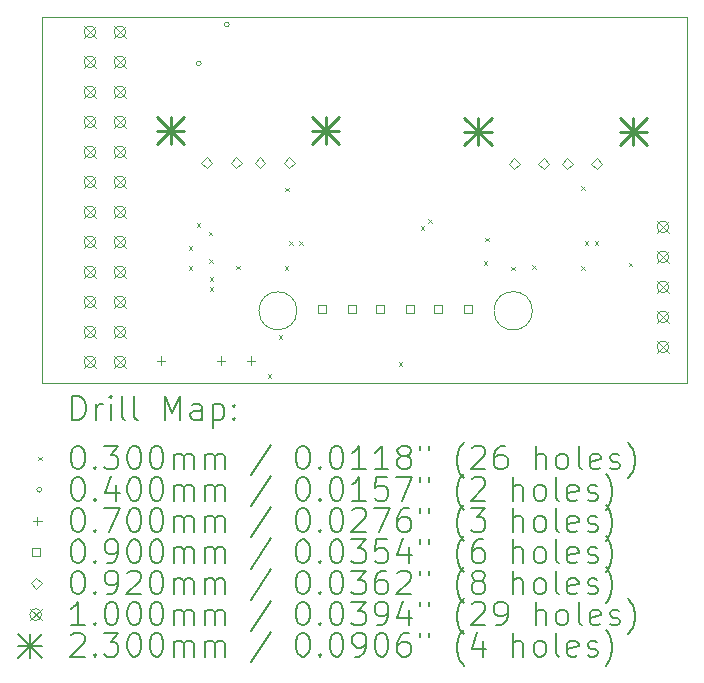
<source format=gbr>
%TF.GenerationSoftware,KiCad,Pcbnew,7.0.6+dfsg-1*%
%TF.CreationDate,2023-08-24T18:37:09+02:00*%
%TF.ProjectId,USB,5553422e-6b69-4636-9164-5f7063625858,rev?*%
%TF.SameCoordinates,Original*%
%TF.FileFunction,Drillmap*%
%TF.FilePolarity,Positive*%
%FSLAX45Y45*%
G04 Gerber Fmt 4.5, Leading zero omitted, Abs format (unit mm)*
G04 Created by KiCad (PCBNEW 7.0.6+dfsg-1) date 2023-08-24 18:37:09*
%MOMM*%
%LPD*%
G01*
G04 APERTURE LIST*
%ADD10C,0.050000*%
%ADD11C,0.200000*%
%ADD12C,0.030000*%
%ADD13C,0.040000*%
%ADD14C,0.070000*%
%ADD15C,0.090000*%
%ADD16C,0.092000*%
%ADD17C,0.100000*%
%ADD18C,0.230000*%
G04 APERTURE END LIST*
D10*
X17424400Y-7874000D02*
X11963400Y-7874000D01*
X17424400Y-10972800D02*
X17424400Y-7874000D01*
X14122400Y-10363200D02*
G75*
G03*
X14122400Y-10363200I-160644J0D01*
G01*
X11963400Y-10972800D02*
X17424400Y-10972800D01*
X16116300Y-10363200D02*
G75*
G03*
X16116300Y-10363200I-162639J0D01*
G01*
X11963400Y-7874000D02*
X11963400Y-10972800D01*
D11*
D12*
X13205400Y-9815800D02*
X13235400Y-9845800D01*
X13235400Y-9815800D02*
X13205400Y-9845800D01*
X13205400Y-9985800D02*
X13235400Y-10015800D01*
X13235400Y-9985800D02*
X13205400Y-10015800D01*
X13273400Y-9621800D02*
X13303400Y-9651800D01*
X13303400Y-9621800D02*
X13273400Y-9651800D01*
X13374400Y-9692800D02*
X13404400Y-9722800D01*
X13404400Y-9692800D02*
X13374400Y-9722800D01*
X13378850Y-9928850D02*
X13408850Y-9958850D01*
X13408850Y-9928850D02*
X13378850Y-9958850D01*
X13386400Y-10080300D02*
X13416400Y-10110300D01*
X13416400Y-10080300D02*
X13386400Y-10110300D01*
X13386400Y-10165300D02*
X13416400Y-10195300D01*
X13416400Y-10165300D02*
X13386400Y-10195300D01*
X13607400Y-9982800D02*
X13637400Y-10012800D01*
X13637400Y-9982800D02*
X13607400Y-10012800D01*
X13877400Y-10898800D02*
X13907400Y-10928800D01*
X13907400Y-10898800D02*
X13877400Y-10928800D01*
X13967400Y-10569800D02*
X13997400Y-10599800D01*
X13997400Y-10569800D02*
X13967400Y-10599800D01*
X14018400Y-9986800D02*
X14048400Y-10016800D01*
X14048400Y-9986800D02*
X14018400Y-10016800D01*
X14023400Y-9320800D02*
X14053400Y-9350800D01*
X14053400Y-9320800D02*
X14023400Y-9350800D01*
X14056900Y-9773800D02*
X14086900Y-9803800D01*
X14086900Y-9773800D02*
X14056900Y-9803800D01*
X14141900Y-9773800D02*
X14171900Y-9803800D01*
X14171900Y-9773800D02*
X14141900Y-9803800D01*
X14986400Y-10798800D02*
X15016400Y-10828800D01*
X15016400Y-10798800D02*
X14986400Y-10828800D01*
X15172348Y-9647852D02*
X15202348Y-9677852D01*
X15202348Y-9647852D02*
X15172348Y-9677852D01*
X15232452Y-9587748D02*
X15262452Y-9617748D01*
X15262452Y-9587748D02*
X15232452Y-9617748D01*
X15704400Y-9943800D02*
X15734400Y-9973800D01*
X15734400Y-9943800D02*
X15704400Y-9973800D01*
X15715400Y-9743800D02*
X15745400Y-9773800D01*
X15745400Y-9743800D02*
X15715400Y-9773800D01*
X15938400Y-9989800D02*
X15968400Y-10019800D01*
X15968400Y-9989800D02*
X15938400Y-10019800D01*
X16114400Y-9979800D02*
X16144400Y-10009800D01*
X16144400Y-9979800D02*
X16114400Y-10009800D01*
X16528400Y-9983800D02*
X16558400Y-10013800D01*
X16558400Y-9983800D02*
X16528400Y-10013800D01*
X16531400Y-9307800D02*
X16561400Y-9337800D01*
X16561400Y-9307800D02*
X16531400Y-9337800D01*
X16557900Y-9774800D02*
X16587900Y-9804800D01*
X16587900Y-9774800D02*
X16557900Y-9804800D01*
X16642900Y-9774800D02*
X16672900Y-9804800D01*
X16672900Y-9774800D02*
X16642900Y-9804800D01*
X16933400Y-9956800D02*
X16963400Y-9986800D01*
X16963400Y-9956800D02*
X16933400Y-9986800D01*
D13*
X13312154Y-8267499D02*
G75*
G03*
X13312154Y-8267499I-20000J0D01*
G01*
X13550000Y-7940000D02*
G75*
G03*
X13550000Y-7940000I-20000J0D01*
G01*
D14*
X12969400Y-10749800D02*
X12969400Y-10819800D01*
X12934400Y-10784800D02*
X13004400Y-10784800D01*
X13477400Y-10749800D02*
X13477400Y-10819800D01*
X13442400Y-10784800D02*
X13512400Y-10784800D01*
X13731400Y-10749800D02*
X13731400Y-10819800D01*
X13696400Y-10784800D02*
X13766400Y-10784800D01*
D15*
X14367820Y-10381820D02*
X14367820Y-10318180D01*
X14304180Y-10318180D01*
X14304180Y-10381820D01*
X14367820Y-10381820D01*
X14621820Y-10381820D02*
X14621820Y-10318180D01*
X14558180Y-10318180D01*
X14558180Y-10381820D01*
X14621820Y-10381820D01*
X14857820Y-10381820D02*
X14857820Y-10318180D01*
X14794180Y-10318180D01*
X14794180Y-10381820D01*
X14857820Y-10381820D01*
X15111820Y-10381820D02*
X15111820Y-10318180D01*
X15048180Y-10318180D01*
X15048180Y-10381820D01*
X15111820Y-10381820D01*
X15347820Y-10381820D02*
X15347820Y-10318180D01*
X15284180Y-10318180D01*
X15284180Y-10381820D01*
X15347820Y-10381820D01*
X15601820Y-10381820D02*
X15601820Y-10318180D01*
X15538180Y-10318180D01*
X15538180Y-10381820D01*
X15601820Y-10381820D01*
D16*
X13360000Y-9156000D02*
X13406000Y-9110000D01*
X13360000Y-9064000D01*
X13314000Y-9110000D01*
X13360000Y-9156000D01*
X13610000Y-9156000D02*
X13656000Y-9110000D01*
X13610000Y-9064000D01*
X13564000Y-9110000D01*
X13610000Y-9156000D01*
X13810000Y-9156000D02*
X13856000Y-9110000D01*
X13810000Y-9064000D01*
X13764000Y-9110000D01*
X13810000Y-9156000D01*
X14060000Y-9156000D02*
X14106000Y-9110000D01*
X14060000Y-9064000D01*
X14014000Y-9110000D01*
X14060000Y-9156000D01*
X15962400Y-9164600D02*
X16008400Y-9118600D01*
X15962400Y-9072600D01*
X15916400Y-9118600D01*
X15962400Y-9164600D01*
X16212400Y-9164600D02*
X16258400Y-9118600D01*
X16212400Y-9072600D01*
X16166400Y-9118600D01*
X16212400Y-9164600D01*
X16412400Y-9164600D02*
X16458400Y-9118600D01*
X16412400Y-9072600D01*
X16366400Y-9118600D01*
X16412400Y-9164600D01*
X16662400Y-9164600D02*
X16708400Y-9118600D01*
X16662400Y-9072600D01*
X16616400Y-9118600D01*
X16662400Y-9164600D01*
D17*
X12319800Y-7951000D02*
X12419800Y-8051000D01*
X12419800Y-7951000D02*
X12319800Y-8051000D01*
X12419800Y-8001000D02*
G75*
G03*
X12419800Y-8001000I-50000J0D01*
G01*
X12319800Y-8205000D02*
X12419800Y-8305000D01*
X12419800Y-8205000D02*
X12319800Y-8305000D01*
X12419800Y-8255000D02*
G75*
G03*
X12419800Y-8255000I-50000J0D01*
G01*
X12319800Y-8459000D02*
X12419800Y-8559000D01*
X12419800Y-8459000D02*
X12319800Y-8559000D01*
X12419800Y-8509000D02*
G75*
G03*
X12419800Y-8509000I-50000J0D01*
G01*
X12319800Y-8713000D02*
X12419800Y-8813000D01*
X12419800Y-8713000D02*
X12319800Y-8813000D01*
X12419800Y-8763000D02*
G75*
G03*
X12419800Y-8763000I-50000J0D01*
G01*
X12319800Y-8967000D02*
X12419800Y-9067000D01*
X12419800Y-8967000D02*
X12319800Y-9067000D01*
X12419800Y-9017000D02*
G75*
G03*
X12419800Y-9017000I-50000J0D01*
G01*
X12319800Y-9221000D02*
X12419800Y-9321000D01*
X12419800Y-9221000D02*
X12319800Y-9321000D01*
X12419800Y-9271000D02*
G75*
G03*
X12419800Y-9271000I-50000J0D01*
G01*
X12319800Y-9475000D02*
X12419800Y-9575000D01*
X12419800Y-9475000D02*
X12319800Y-9575000D01*
X12419800Y-9525000D02*
G75*
G03*
X12419800Y-9525000I-50000J0D01*
G01*
X12319800Y-9729000D02*
X12419800Y-9829000D01*
X12419800Y-9729000D02*
X12319800Y-9829000D01*
X12419800Y-9779000D02*
G75*
G03*
X12419800Y-9779000I-50000J0D01*
G01*
X12319800Y-9983000D02*
X12419800Y-10083000D01*
X12419800Y-9983000D02*
X12319800Y-10083000D01*
X12419800Y-10033000D02*
G75*
G03*
X12419800Y-10033000I-50000J0D01*
G01*
X12319800Y-10237000D02*
X12419800Y-10337000D01*
X12419800Y-10237000D02*
X12319800Y-10337000D01*
X12419800Y-10287000D02*
G75*
G03*
X12419800Y-10287000I-50000J0D01*
G01*
X12319800Y-10491000D02*
X12419800Y-10591000D01*
X12419800Y-10491000D02*
X12319800Y-10591000D01*
X12419800Y-10541000D02*
G75*
G03*
X12419800Y-10541000I-50000J0D01*
G01*
X12319800Y-10745000D02*
X12419800Y-10845000D01*
X12419800Y-10745000D02*
X12319800Y-10845000D01*
X12419800Y-10795000D02*
G75*
G03*
X12419800Y-10795000I-50000J0D01*
G01*
X12573800Y-7951000D02*
X12673800Y-8051000D01*
X12673800Y-7951000D02*
X12573800Y-8051000D01*
X12673800Y-8001000D02*
G75*
G03*
X12673800Y-8001000I-50000J0D01*
G01*
X12573800Y-8205000D02*
X12673800Y-8305000D01*
X12673800Y-8205000D02*
X12573800Y-8305000D01*
X12673800Y-8255000D02*
G75*
G03*
X12673800Y-8255000I-50000J0D01*
G01*
X12573800Y-8459000D02*
X12673800Y-8559000D01*
X12673800Y-8459000D02*
X12573800Y-8559000D01*
X12673800Y-8509000D02*
G75*
G03*
X12673800Y-8509000I-50000J0D01*
G01*
X12573800Y-8713000D02*
X12673800Y-8813000D01*
X12673800Y-8713000D02*
X12573800Y-8813000D01*
X12673800Y-8763000D02*
G75*
G03*
X12673800Y-8763000I-50000J0D01*
G01*
X12573800Y-8967000D02*
X12673800Y-9067000D01*
X12673800Y-8967000D02*
X12573800Y-9067000D01*
X12673800Y-9017000D02*
G75*
G03*
X12673800Y-9017000I-50000J0D01*
G01*
X12573800Y-9221000D02*
X12673800Y-9321000D01*
X12673800Y-9221000D02*
X12573800Y-9321000D01*
X12673800Y-9271000D02*
G75*
G03*
X12673800Y-9271000I-50000J0D01*
G01*
X12573800Y-9475000D02*
X12673800Y-9575000D01*
X12673800Y-9475000D02*
X12573800Y-9575000D01*
X12673800Y-9525000D02*
G75*
G03*
X12673800Y-9525000I-50000J0D01*
G01*
X12573800Y-9729000D02*
X12673800Y-9829000D01*
X12673800Y-9729000D02*
X12573800Y-9829000D01*
X12673800Y-9779000D02*
G75*
G03*
X12673800Y-9779000I-50000J0D01*
G01*
X12573800Y-9983000D02*
X12673800Y-10083000D01*
X12673800Y-9983000D02*
X12573800Y-10083000D01*
X12673800Y-10033000D02*
G75*
G03*
X12673800Y-10033000I-50000J0D01*
G01*
X12573800Y-10237000D02*
X12673800Y-10337000D01*
X12673800Y-10237000D02*
X12573800Y-10337000D01*
X12673800Y-10287000D02*
G75*
G03*
X12673800Y-10287000I-50000J0D01*
G01*
X12573800Y-10491000D02*
X12673800Y-10591000D01*
X12673800Y-10491000D02*
X12573800Y-10591000D01*
X12673800Y-10541000D02*
G75*
G03*
X12673800Y-10541000I-50000J0D01*
G01*
X12573800Y-10745000D02*
X12673800Y-10845000D01*
X12673800Y-10745000D02*
X12573800Y-10845000D01*
X12673800Y-10795000D02*
G75*
G03*
X12673800Y-10795000I-50000J0D01*
G01*
X17171200Y-9602000D02*
X17271200Y-9702000D01*
X17271200Y-9602000D02*
X17171200Y-9702000D01*
X17271200Y-9652000D02*
G75*
G03*
X17271200Y-9652000I-50000J0D01*
G01*
X17171200Y-9856000D02*
X17271200Y-9956000D01*
X17271200Y-9856000D02*
X17171200Y-9956000D01*
X17271200Y-9906000D02*
G75*
G03*
X17271200Y-9906000I-50000J0D01*
G01*
X17171200Y-10110000D02*
X17271200Y-10210000D01*
X17271200Y-10110000D02*
X17171200Y-10210000D01*
X17271200Y-10160000D02*
G75*
G03*
X17271200Y-10160000I-50000J0D01*
G01*
X17171200Y-10364000D02*
X17271200Y-10464000D01*
X17271200Y-10364000D02*
X17171200Y-10464000D01*
X17271200Y-10414000D02*
G75*
G03*
X17271200Y-10414000I-50000J0D01*
G01*
X17171200Y-10618000D02*
X17271200Y-10718000D01*
X17271200Y-10618000D02*
X17171200Y-10718000D01*
X17271200Y-10668000D02*
G75*
G03*
X17271200Y-10668000I-50000J0D01*
G01*
D18*
X12938000Y-8724000D02*
X13168000Y-8954000D01*
X13168000Y-8724000D02*
X12938000Y-8954000D01*
X13053000Y-8724000D02*
X13053000Y-8954000D01*
X12938000Y-8839000D02*
X13168000Y-8839000D01*
X14252000Y-8724000D02*
X14482000Y-8954000D01*
X14482000Y-8724000D02*
X14252000Y-8954000D01*
X14367000Y-8724000D02*
X14367000Y-8954000D01*
X14252000Y-8839000D02*
X14482000Y-8839000D01*
X15540400Y-8732600D02*
X15770400Y-8962600D01*
X15770400Y-8732600D02*
X15540400Y-8962600D01*
X15655400Y-8732600D02*
X15655400Y-8962600D01*
X15540400Y-8847600D02*
X15770400Y-8847600D01*
X16854400Y-8732600D02*
X17084400Y-8962600D01*
X17084400Y-8732600D02*
X16854400Y-8962600D01*
X16969400Y-8732600D02*
X16969400Y-8962600D01*
X16854400Y-8847600D02*
X17084400Y-8847600D01*
D11*
X12221677Y-11286784D02*
X12221677Y-11086784D01*
X12221677Y-11086784D02*
X12269296Y-11086784D01*
X12269296Y-11086784D02*
X12297867Y-11096308D01*
X12297867Y-11096308D02*
X12316915Y-11115355D01*
X12316915Y-11115355D02*
X12326439Y-11134403D01*
X12326439Y-11134403D02*
X12335962Y-11172498D01*
X12335962Y-11172498D02*
X12335962Y-11201069D01*
X12335962Y-11201069D02*
X12326439Y-11239165D01*
X12326439Y-11239165D02*
X12316915Y-11258212D01*
X12316915Y-11258212D02*
X12297867Y-11277260D01*
X12297867Y-11277260D02*
X12269296Y-11286784D01*
X12269296Y-11286784D02*
X12221677Y-11286784D01*
X12421677Y-11286784D02*
X12421677Y-11153450D01*
X12421677Y-11191546D02*
X12431201Y-11172498D01*
X12431201Y-11172498D02*
X12440724Y-11162974D01*
X12440724Y-11162974D02*
X12459772Y-11153450D01*
X12459772Y-11153450D02*
X12478820Y-11153450D01*
X12545486Y-11286784D02*
X12545486Y-11153450D01*
X12545486Y-11086784D02*
X12535962Y-11096308D01*
X12535962Y-11096308D02*
X12545486Y-11105831D01*
X12545486Y-11105831D02*
X12555010Y-11096308D01*
X12555010Y-11096308D02*
X12545486Y-11086784D01*
X12545486Y-11086784D02*
X12545486Y-11105831D01*
X12669296Y-11286784D02*
X12650248Y-11277260D01*
X12650248Y-11277260D02*
X12640724Y-11258212D01*
X12640724Y-11258212D02*
X12640724Y-11086784D01*
X12774058Y-11286784D02*
X12755010Y-11277260D01*
X12755010Y-11277260D02*
X12745486Y-11258212D01*
X12745486Y-11258212D02*
X12745486Y-11086784D01*
X13002629Y-11286784D02*
X13002629Y-11086784D01*
X13002629Y-11086784D02*
X13069296Y-11229641D01*
X13069296Y-11229641D02*
X13135962Y-11086784D01*
X13135962Y-11086784D02*
X13135962Y-11286784D01*
X13316915Y-11286784D02*
X13316915Y-11182022D01*
X13316915Y-11182022D02*
X13307391Y-11162974D01*
X13307391Y-11162974D02*
X13288343Y-11153450D01*
X13288343Y-11153450D02*
X13250248Y-11153450D01*
X13250248Y-11153450D02*
X13231201Y-11162974D01*
X13316915Y-11277260D02*
X13297867Y-11286784D01*
X13297867Y-11286784D02*
X13250248Y-11286784D01*
X13250248Y-11286784D02*
X13231201Y-11277260D01*
X13231201Y-11277260D02*
X13221677Y-11258212D01*
X13221677Y-11258212D02*
X13221677Y-11239165D01*
X13221677Y-11239165D02*
X13231201Y-11220117D01*
X13231201Y-11220117D02*
X13250248Y-11210593D01*
X13250248Y-11210593D02*
X13297867Y-11210593D01*
X13297867Y-11210593D02*
X13316915Y-11201069D01*
X13412153Y-11153450D02*
X13412153Y-11353450D01*
X13412153Y-11162974D02*
X13431201Y-11153450D01*
X13431201Y-11153450D02*
X13469296Y-11153450D01*
X13469296Y-11153450D02*
X13488343Y-11162974D01*
X13488343Y-11162974D02*
X13497867Y-11172498D01*
X13497867Y-11172498D02*
X13507391Y-11191546D01*
X13507391Y-11191546D02*
X13507391Y-11248688D01*
X13507391Y-11248688D02*
X13497867Y-11267736D01*
X13497867Y-11267736D02*
X13488343Y-11277260D01*
X13488343Y-11277260D02*
X13469296Y-11286784D01*
X13469296Y-11286784D02*
X13431201Y-11286784D01*
X13431201Y-11286784D02*
X13412153Y-11277260D01*
X13593105Y-11267736D02*
X13602629Y-11277260D01*
X13602629Y-11277260D02*
X13593105Y-11286784D01*
X13593105Y-11286784D02*
X13583582Y-11277260D01*
X13583582Y-11277260D02*
X13593105Y-11267736D01*
X13593105Y-11267736D02*
X13593105Y-11286784D01*
X13593105Y-11162974D02*
X13602629Y-11172498D01*
X13602629Y-11172498D02*
X13593105Y-11182022D01*
X13593105Y-11182022D02*
X13583582Y-11172498D01*
X13583582Y-11172498D02*
X13593105Y-11162974D01*
X13593105Y-11162974D02*
X13593105Y-11182022D01*
D12*
X11930900Y-11600300D02*
X11960900Y-11630300D01*
X11960900Y-11600300D02*
X11930900Y-11630300D01*
D11*
X12259772Y-11506784D02*
X12278820Y-11506784D01*
X12278820Y-11506784D02*
X12297867Y-11516308D01*
X12297867Y-11516308D02*
X12307391Y-11525831D01*
X12307391Y-11525831D02*
X12316915Y-11544879D01*
X12316915Y-11544879D02*
X12326439Y-11582974D01*
X12326439Y-11582974D02*
X12326439Y-11630593D01*
X12326439Y-11630593D02*
X12316915Y-11668688D01*
X12316915Y-11668688D02*
X12307391Y-11687736D01*
X12307391Y-11687736D02*
X12297867Y-11697260D01*
X12297867Y-11697260D02*
X12278820Y-11706784D01*
X12278820Y-11706784D02*
X12259772Y-11706784D01*
X12259772Y-11706784D02*
X12240724Y-11697260D01*
X12240724Y-11697260D02*
X12231201Y-11687736D01*
X12231201Y-11687736D02*
X12221677Y-11668688D01*
X12221677Y-11668688D02*
X12212153Y-11630593D01*
X12212153Y-11630593D02*
X12212153Y-11582974D01*
X12212153Y-11582974D02*
X12221677Y-11544879D01*
X12221677Y-11544879D02*
X12231201Y-11525831D01*
X12231201Y-11525831D02*
X12240724Y-11516308D01*
X12240724Y-11516308D02*
X12259772Y-11506784D01*
X12412153Y-11687736D02*
X12421677Y-11697260D01*
X12421677Y-11697260D02*
X12412153Y-11706784D01*
X12412153Y-11706784D02*
X12402629Y-11697260D01*
X12402629Y-11697260D02*
X12412153Y-11687736D01*
X12412153Y-11687736D02*
X12412153Y-11706784D01*
X12488343Y-11506784D02*
X12612153Y-11506784D01*
X12612153Y-11506784D02*
X12545486Y-11582974D01*
X12545486Y-11582974D02*
X12574058Y-11582974D01*
X12574058Y-11582974D02*
X12593105Y-11592498D01*
X12593105Y-11592498D02*
X12602629Y-11602022D01*
X12602629Y-11602022D02*
X12612153Y-11621069D01*
X12612153Y-11621069D02*
X12612153Y-11668688D01*
X12612153Y-11668688D02*
X12602629Y-11687736D01*
X12602629Y-11687736D02*
X12593105Y-11697260D01*
X12593105Y-11697260D02*
X12574058Y-11706784D01*
X12574058Y-11706784D02*
X12516915Y-11706784D01*
X12516915Y-11706784D02*
X12497867Y-11697260D01*
X12497867Y-11697260D02*
X12488343Y-11687736D01*
X12735962Y-11506784D02*
X12755010Y-11506784D01*
X12755010Y-11506784D02*
X12774058Y-11516308D01*
X12774058Y-11516308D02*
X12783582Y-11525831D01*
X12783582Y-11525831D02*
X12793105Y-11544879D01*
X12793105Y-11544879D02*
X12802629Y-11582974D01*
X12802629Y-11582974D02*
X12802629Y-11630593D01*
X12802629Y-11630593D02*
X12793105Y-11668688D01*
X12793105Y-11668688D02*
X12783582Y-11687736D01*
X12783582Y-11687736D02*
X12774058Y-11697260D01*
X12774058Y-11697260D02*
X12755010Y-11706784D01*
X12755010Y-11706784D02*
X12735962Y-11706784D01*
X12735962Y-11706784D02*
X12716915Y-11697260D01*
X12716915Y-11697260D02*
X12707391Y-11687736D01*
X12707391Y-11687736D02*
X12697867Y-11668688D01*
X12697867Y-11668688D02*
X12688343Y-11630593D01*
X12688343Y-11630593D02*
X12688343Y-11582974D01*
X12688343Y-11582974D02*
X12697867Y-11544879D01*
X12697867Y-11544879D02*
X12707391Y-11525831D01*
X12707391Y-11525831D02*
X12716915Y-11516308D01*
X12716915Y-11516308D02*
X12735962Y-11506784D01*
X12926439Y-11506784D02*
X12945486Y-11506784D01*
X12945486Y-11506784D02*
X12964534Y-11516308D01*
X12964534Y-11516308D02*
X12974058Y-11525831D01*
X12974058Y-11525831D02*
X12983582Y-11544879D01*
X12983582Y-11544879D02*
X12993105Y-11582974D01*
X12993105Y-11582974D02*
X12993105Y-11630593D01*
X12993105Y-11630593D02*
X12983582Y-11668688D01*
X12983582Y-11668688D02*
X12974058Y-11687736D01*
X12974058Y-11687736D02*
X12964534Y-11697260D01*
X12964534Y-11697260D02*
X12945486Y-11706784D01*
X12945486Y-11706784D02*
X12926439Y-11706784D01*
X12926439Y-11706784D02*
X12907391Y-11697260D01*
X12907391Y-11697260D02*
X12897867Y-11687736D01*
X12897867Y-11687736D02*
X12888343Y-11668688D01*
X12888343Y-11668688D02*
X12878820Y-11630593D01*
X12878820Y-11630593D02*
X12878820Y-11582974D01*
X12878820Y-11582974D02*
X12888343Y-11544879D01*
X12888343Y-11544879D02*
X12897867Y-11525831D01*
X12897867Y-11525831D02*
X12907391Y-11516308D01*
X12907391Y-11516308D02*
X12926439Y-11506784D01*
X13078820Y-11706784D02*
X13078820Y-11573450D01*
X13078820Y-11592498D02*
X13088343Y-11582974D01*
X13088343Y-11582974D02*
X13107391Y-11573450D01*
X13107391Y-11573450D02*
X13135963Y-11573450D01*
X13135963Y-11573450D02*
X13155010Y-11582974D01*
X13155010Y-11582974D02*
X13164534Y-11602022D01*
X13164534Y-11602022D02*
X13164534Y-11706784D01*
X13164534Y-11602022D02*
X13174058Y-11582974D01*
X13174058Y-11582974D02*
X13193105Y-11573450D01*
X13193105Y-11573450D02*
X13221677Y-11573450D01*
X13221677Y-11573450D02*
X13240724Y-11582974D01*
X13240724Y-11582974D02*
X13250248Y-11602022D01*
X13250248Y-11602022D02*
X13250248Y-11706784D01*
X13345486Y-11706784D02*
X13345486Y-11573450D01*
X13345486Y-11592498D02*
X13355010Y-11582974D01*
X13355010Y-11582974D02*
X13374058Y-11573450D01*
X13374058Y-11573450D02*
X13402629Y-11573450D01*
X13402629Y-11573450D02*
X13421677Y-11582974D01*
X13421677Y-11582974D02*
X13431201Y-11602022D01*
X13431201Y-11602022D02*
X13431201Y-11706784D01*
X13431201Y-11602022D02*
X13440724Y-11582974D01*
X13440724Y-11582974D02*
X13459772Y-11573450D01*
X13459772Y-11573450D02*
X13488343Y-11573450D01*
X13488343Y-11573450D02*
X13507391Y-11582974D01*
X13507391Y-11582974D02*
X13516915Y-11602022D01*
X13516915Y-11602022D02*
X13516915Y-11706784D01*
X13907391Y-11497260D02*
X13735963Y-11754403D01*
X14164534Y-11506784D02*
X14183582Y-11506784D01*
X14183582Y-11506784D02*
X14202629Y-11516308D01*
X14202629Y-11516308D02*
X14212153Y-11525831D01*
X14212153Y-11525831D02*
X14221677Y-11544879D01*
X14221677Y-11544879D02*
X14231201Y-11582974D01*
X14231201Y-11582974D02*
X14231201Y-11630593D01*
X14231201Y-11630593D02*
X14221677Y-11668688D01*
X14221677Y-11668688D02*
X14212153Y-11687736D01*
X14212153Y-11687736D02*
X14202629Y-11697260D01*
X14202629Y-11697260D02*
X14183582Y-11706784D01*
X14183582Y-11706784D02*
X14164534Y-11706784D01*
X14164534Y-11706784D02*
X14145486Y-11697260D01*
X14145486Y-11697260D02*
X14135963Y-11687736D01*
X14135963Y-11687736D02*
X14126439Y-11668688D01*
X14126439Y-11668688D02*
X14116915Y-11630593D01*
X14116915Y-11630593D02*
X14116915Y-11582974D01*
X14116915Y-11582974D02*
X14126439Y-11544879D01*
X14126439Y-11544879D02*
X14135963Y-11525831D01*
X14135963Y-11525831D02*
X14145486Y-11516308D01*
X14145486Y-11516308D02*
X14164534Y-11506784D01*
X14316915Y-11687736D02*
X14326439Y-11697260D01*
X14326439Y-11697260D02*
X14316915Y-11706784D01*
X14316915Y-11706784D02*
X14307391Y-11697260D01*
X14307391Y-11697260D02*
X14316915Y-11687736D01*
X14316915Y-11687736D02*
X14316915Y-11706784D01*
X14450248Y-11506784D02*
X14469296Y-11506784D01*
X14469296Y-11506784D02*
X14488344Y-11516308D01*
X14488344Y-11516308D02*
X14497867Y-11525831D01*
X14497867Y-11525831D02*
X14507391Y-11544879D01*
X14507391Y-11544879D02*
X14516915Y-11582974D01*
X14516915Y-11582974D02*
X14516915Y-11630593D01*
X14516915Y-11630593D02*
X14507391Y-11668688D01*
X14507391Y-11668688D02*
X14497867Y-11687736D01*
X14497867Y-11687736D02*
X14488344Y-11697260D01*
X14488344Y-11697260D02*
X14469296Y-11706784D01*
X14469296Y-11706784D02*
X14450248Y-11706784D01*
X14450248Y-11706784D02*
X14431201Y-11697260D01*
X14431201Y-11697260D02*
X14421677Y-11687736D01*
X14421677Y-11687736D02*
X14412153Y-11668688D01*
X14412153Y-11668688D02*
X14402629Y-11630593D01*
X14402629Y-11630593D02*
X14402629Y-11582974D01*
X14402629Y-11582974D02*
X14412153Y-11544879D01*
X14412153Y-11544879D02*
X14421677Y-11525831D01*
X14421677Y-11525831D02*
X14431201Y-11516308D01*
X14431201Y-11516308D02*
X14450248Y-11506784D01*
X14707391Y-11706784D02*
X14593106Y-11706784D01*
X14650248Y-11706784D02*
X14650248Y-11506784D01*
X14650248Y-11506784D02*
X14631201Y-11535355D01*
X14631201Y-11535355D02*
X14612153Y-11554403D01*
X14612153Y-11554403D02*
X14593106Y-11563927D01*
X14897867Y-11706784D02*
X14783582Y-11706784D01*
X14840725Y-11706784D02*
X14840725Y-11506784D01*
X14840725Y-11506784D02*
X14821677Y-11535355D01*
X14821677Y-11535355D02*
X14802629Y-11554403D01*
X14802629Y-11554403D02*
X14783582Y-11563927D01*
X15012153Y-11592498D02*
X14993106Y-11582974D01*
X14993106Y-11582974D02*
X14983582Y-11573450D01*
X14983582Y-11573450D02*
X14974058Y-11554403D01*
X14974058Y-11554403D02*
X14974058Y-11544879D01*
X14974058Y-11544879D02*
X14983582Y-11525831D01*
X14983582Y-11525831D02*
X14993106Y-11516308D01*
X14993106Y-11516308D02*
X15012153Y-11506784D01*
X15012153Y-11506784D02*
X15050248Y-11506784D01*
X15050248Y-11506784D02*
X15069296Y-11516308D01*
X15069296Y-11516308D02*
X15078820Y-11525831D01*
X15078820Y-11525831D02*
X15088344Y-11544879D01*
X15088344Y-11544879D02*
X15088344Y-11554403D01*
X15088344Y-11554403D02*
X15078820Y-11573450D01*
X15078820Y-11573450D02*
X15069296Y-11582974D01*
X15069296Y-11582974D02*
X15050248Y-11592498D01*
X15050248Y-11592498D02*
X15012153Y-11592498D01*
X15012153Y-11592498D02*
X14993106Y-11602022D01*
X14993106Y-11602022D02*
X14983582Y-11611546D01*
X14983582Y-11611546D02*
X14974058Y-11630593D01*
X14974058Y-11630593D02*
X14974058Y-11668688D01*
X14974058Y-11668688D02*
X14983582Y-11687736D01*
X14983582Y-11687736D02*
X14993106Y-11697260D01*
X14993106Y-11697260D02*
X15012153Y-11706784D01*
X15012153Y-11706784D02*
X15050248Y-11706784D01*
X15050248Y-11706784D02*
X15069296Y-11697260D01*
X15069296Y-11697260D02*
X15078820Y-11687736D01*
X15078820Y-11687736D02*
X15088344Y-11668688D01*
X15088344Y-11668688D02*
X15088344Y-11630593D01*
X15088344Y-11630593D02*
X15078820Y-11611546D01*
X15078820Y-11611546D02*
X15069296Y-11602022D01*
X15069296Y-11602022D02*
X15050248Y-11592498D01*
X15164534Y-11506784D02*
X15164534Y-11544879D01*
X15240725Y-11506784D02*
X15240725Y-11544879D01*
X15535963Y-11782974D02*
X15526439Y-11773450D01*
X15526439Y-11773450D02*
X15507391Y-11744879D01*
X15507391Y-11744879D02*
X15497868Y-11725831D01*
X15497868Y-11725831D02*
X15488344Y-11697260D01*
X15488344Y-11697260D02*
X15478820Y-11649641D01*
X15478820Y-11649641D02*
X15478820Y-11611546D01*
X15478820Y-11611546D02*
X15488344Y-11563927D01*
X15488344Y-11563927D02*
X15497868Y-11535355D01*
X15497868Y-11535355D02*
X15507391Y-11516308D01*
X15507391Y-11516308D02*
X15526439Y-11487736D01*
X15526439Y-11487736D02*
X15535963Y-11478212D01*
X15602629Y-11525831D02*
X15612153Y-11516308D01*
X15612153Y-11516308D02*
X15631201Y-11506784D01*
X15631201Y-11506784D02*
X15678820Y-11506784D01*
X15678820Y-11506784D02*
X15697868Y-11516308D01*
X15697868Y-11516308D02*
X15707391Y-11525831D01*
X15707391Y-11525831D02*
X15716915Y-11544879D01*
X15716915Y-11544879D02*
X15716915Y-11563927D01*
X15716915Y-11563927D02*
X15707391Y-11592498D01*
X15707391Y-11592498D02*
X15593106Y-11706784D01*
X15593106Y-11706784D02*
X15716915Y-11706784D01*
X15888344Y-11506784D02*
X15850248Y-11506784D01*
X15850248Y-11506784D02*
X15831201Y-11516308D01*
X15831201Y-11516308D02*
X15821677Y-11525831D01*
X15821677Y-11525831D02*
X15802629Y-11554403D01*
X15802629Y-11554403D02*
X15793106Y-11592498D01*
X15793106Y-11592498D02*
X15793106Y-11668688D01*
X15793106Y-11668688D02*
X15802629Y-11687736D01*
X15802629Y-11687736D02*
X15812153Y-11697260D01*
X15812153Y-11697260D02*
X15831201Y-11706784D01*
X15831201Y-11706784D02*
X15869296Y-11706784D01*
X15869296Y-11706784D02*
X15888344Y-11697260D01*
X15888344Y-11697260D02*
X15897868Y-11687736D01*
X15897868Y-11687736D02*
X15907391Y-11668688D01*
X15907391Y-11668688D02*
X15907391Y-11621069D01*
X15907391Y-11621069D02*
X15897868Y-11602022D01*
X15897868Y-11602022D02*
X15888344Y-11592498D01*
X15888344Y-11592498D02*
X15869296Y-11582974D01*
X15869296Y-11582974D02*
X15831201Y-11582974D01*
X15831201Y-11582974D02*
X15812153Y-11592498D01*
X15812153Y-11592498D02*
X15802629Y-11602022D01*
X15802629Y-11602022D02*
X15793106Y-11621069D01*
X16145487Y-11706784D02*
X16145487Y-11506784D01*
X16231201Y-11706784D02*
X16231201Y-11602022D01*
X16231201Y-11602022D02*
X16221677Y-11582974D01*
X16221677Y-11582974D02*
X16202630Y-11573450D01*
X16202630Y-11573450D02*
X16174058Y-11573450D01*
X16174058Y-11573450D02*
X16155010Y-11582974D01*
X16155010Y-11582974D02*
X16145487Y-11592498D01*
X16355010Y-11706784D02*
X16335963Y-11697260D01*
X16335963Y-11697260D02*
X16326439Y-11687736D01*
X16326439Y-11687736D02*
X16316915Y-11668688D01*
X16316915Y-11668688D02*
X16316915Y-11611546D01*
X16316915Y-11611546D02*
X16326439Y-11592498D01*
X16326439Y-11592498D02*
X16335963Y-11582974D01*
X16335963Y-11582974D02*
X16355010Y-11573450D01*
X16355010Y-11573450D02*
X16383582Y-11573450D01*
X16383582Y-11573450D02*
X16402630Y-11582974D01*
X16402630Y-11582974D02*
X16412153Y-11592498D01*
X16412153Y-11592498D02*
X16421677Y-11611546D01*
X16421677Y-11611546D02*
X16421677Y-11668688D01*
X16421677Y-11668688D02*
X16412153Y-11687736D01*
X16412153Y-11687736D02*
X16402630Y-11697260D01*
X16402630Y-11697260D02*
X16383582Y-11706784D01*
X16383582Y-11706784D02*
X16355010Y-11706784D01*
X16535963Y-11706784D02*
X16516915Y-11697260D01*
X16516915Y-11697260D02*
X16507391Y-11678212D01*
X16507391Y-11678212D02*
X16507391Y-11506784D01*
X16688344Y-11697260D02*
X16669296Y-11706784D01*
X16669296Y-11706784D02*
X16631201Y-11706784D01*
X16631201Y-11706784D02*
X16612153Y-11697260D01*
X16612153Y-11697260D02*
X16602630Y-11678212D01*
X16602630Y-11678212D02*
X16602630Y-11602022D01*
X16602630Y-11602022D02*
X16612153Y-11582974D01*
X16612153Y-11582974D02*
X16631201Y-11573450D01*
X16631201Y-11573450D02*
X16669296Y-11573450D01*
X16669296Y-11573450D02*
X16688344Y-11582974D01*
X16688344Y-11582974D02*
X16697868Y-11602022D01*
X16697868Y-11602022D02*
X16697868Y-11621069D01*
X16697868Y-11621069D02*
X16602630Y-11640117D01*
X16774058Y-11697260D02*
X16793106Y-11706784D01*
X16793106Y-11706784D02*
X16831201Y-11706784D01*
X16831201Y-11706784D02*
X16850249Y-11697260D01*
X16850249Y-11697260D02*
X16859773Y-11678212D01*
X16859773Y-11678212D02*
X16859773Y-11668688D01*
X16859773Y-11668688D02*
X16850249Y-11649641D01*
X16850249Y-11649641D02*
X16831201Y-11640117D01*
X16831201Y-11640117D02*
X16802630Y-11640117D01*
X16802630Y-11640117D02*
X16783582Y-11630593D01*
X16783582Y-11630593D02*
X16774058Y-11611546D01*
X16774058Y-11611546D02*
X16774058Y-11602022D01*
X16774058Y-11602022D02*
X16783582Y-11582974D01*
X16783582Y-11582974D02*
X16802630Y-11573450D01*
X16802630Y-11573450D02*
X16831201Y-11573450D01*
X16831201Y-11573450D02*
X16850249Y-11582974D01*
X16926439Y-11782974D02*
X16935963Y-11773450D01*
X16935963Y-11773450D02*
X16955011Y-11744879D01*
X16955011Y-11744879D02*
X16964534Y-11725831D01*
X16964534Y-11725831D02*
X16974058Y-11697260D01*
X16974058Y-11697260D02*
X16983582Y-11649641D01*
X16983582Y-11649641D02*
X16983582Y-11611546D01*
X16983582Y-11611546D02*
X16974058Y-11563927D01*
X16974058Y-11563927D02*
X16964534Y-11535355D01*
X16964534Y-11535355D02*
X16955011Y-11516308D01*
X16955011Y-11516308D02*
X16935963Y-11487736D01*
X16935963Y-11487736D02*
X16926439Y-11478212D01*
D13*
X11960900Y-11879300D02*
G75*
G03*
X11960900Y-11879300I-20000J0D01*
G01*
D11*
X12259772Y-11770784D02*
X12278820Y-11770784D01*
X12278820Y-11770784D02*
X12297867Y-11780308D01*
X12297867Y-11780308D02*
X12307391Y-11789831D01*
X12307391Y-11789831D02*
X12316915Y-11808879D01*
X12316915Y-11808879D02*
X12326439Y-11846974D01*
X12326439Y-11846974D02*
X12326439Y-11894593D01*
X12326439Y-11894593D02*
X12316915Y-11932688D01*
X12316915Y-11932688D02*
X12307391Y-11951736D01*
X12307391Y-11951736D02*
X12297867Y-11961260D01*
X12297867Y-11961260D02*
X12278820Y-11970784D01*
X12278820Y-11970784D02*
X12259772Y-11970784D01*
X12259772Y-11970784D02*
X12240724Y-11961260D01*
X12240724Y-11961260D02*
X12231201Y-11951736D01*
X12231201Y-11951736D02*
X12221677Y-11932688D01*
X12221677Y-11932688D02*
X12212153Y-11894593D01*
X12212153Y-11894593D02*
X12212153Y-11846974D01*
X12212153Y-11846974D02*
X12221677Y-11808879D01*
X12221677Y-11808879D02*
X12231201Y-11789831D01*
X12231201Y-11789831D02*
X12240724Y-11780308D01*
X12240724Y-11780308D02*
X12259772Y-11770784D01*
X12412153Y-11951736D02*
X12421677Y-11961260D01*
X12421677Y-11961260D02*
X12412153Y-11970784D01*
X12412153Y-11970784D02*
X12402629Y-11961260D01*
X12402629Y-11961260D02*
X12412153Y-11951736D01*
X12412153Y-11951736D02*
X12412153Y-11970784D01*
X12593105Y-11837450D02*
X12593105Y-11970784D01*
X12545486Y-11761260D02*
X12497867Y-11904117D01*
X12497867Y-11904117D02*
X12621677Y-11904117D01*
X12735962Y-11770784D02*
X12755010Y-11770784D01*
X12755010Y-11770784D02*
X12774058Y-11780308D01*
X12774058Y-11780308D02*
X12783582Y-11789831D01*
X12783582Y-11789831D02*
X12793105Y-11808879D01*
X12793105Y-11808879D02*
X12802629Y-11846974D01*
X12802629Y-11846974D02*
X12802629Y-11894593D01*
X12802629Y-11894593D02*
X12793105Y-11932688D01*
X12793105Y-11932688D02*
X12783582Y-11951736D01*
X12783582Y-11951736D02*
X12774058Y-11961260D01*
X12774058Y-11961260D02*
X12755010Y-11970784D01*
X12755010Y-11970784D02*
X12735962Y-11970784D01*
X12735962Y-11970784D02*
X12716915Y-11961260D01*
X12716915Y-11961260D02*
X12707391Y-11951736D01*
X12707391Y-11951736D02*
X12697867Y-11932688D01*
X12697867Y-11932688D02*
X12688343Y-11894593D01*
X12688343Y-11894593D02*
X12688343Y-11846974D01*
X12688343Y-11846974D02*
X12697867Y-11808879D01*
X12697867Y-11808879D02*
X12707391Y-11789831D01*
X12707391Y-11789831D02*
X12716915Y-11780308D01*
X12716915Y-11780308D02*
X12735962Y-11770784D01*
X12926439Y-11770784D02*
X12945486Y-11770784D01*
X12945486Y-11770784D02*
X12964534Y-11780308D01*
X12964534Y-11780308D02*
X12974058Y-11789831D01*
X12974058Y-11789831D02*
X12983582Y-11808879D01*
X12983582Y-11808879D02*
X12993105Y-11846974D01*
X12993105Y-11846974D02*
X12993105Y-11894593D01*
X12993105Y-11894593D02*
X12983582Y-11932688D01*
X12983582Y-11932688D02*
X12974058Y-11951736D01*
X12974058Y-11951736D02*
X12964534Y-11961260D01*
X12964534Y-11961260D02*
X12945486Y-11970784D01*
X12945486Y-11970784D02*
X12926439Y-11970784D01*
X12926439Y-11970784D02*
X12907391Y-11961260D01*
X12907391Y-11961260D02*
X12897867Y-11951736D01*
X12897867Y-11951736D02*
X12888343Y-11932688D01*
X12888343Y-11932688D02*
X12878820Y-11894593D01*
X12878820Y-11894593D02*
X12878820Y-11846974D01*
X12878820Y-11846974D02*
X12888343Y-11808879D01*
X12888343Y-11808879D02*
X12897867Y-11789831D01*
X12897867Y-11789831D02*
X12907391Y-11780308D01*
X12907391Y-11780308D02*
X12926439Y-11770784D01*
X13078820Y-11970784D02*
X13078820Y-11837450D01*
X13078820Y-11856498D02*
X13088343Y-11846974D01*
X13088343Y-11846974D02*
X13107391Y-11837450D01*
X13107391Y-11837450D02*
X13135963Y-11837450D01*
X13135963Y-11837450D02*
X13155010Y-11846974D01*
X13155010Y-11846974D02*
X13164534Y-11866022D01*
X13164534Y-11866022D02*
X13164534Y-11970784D01*
X13164534Y-11866022D02*
X13174058Y-11846974D01*
X13174058Y-11846974D02*
X13193105Y-11837450D01*
X13193105Y-11837450D02*
X13221677Y-11837450D01*
X13221677Y-11837450D02*
X13240724Y-11846974D01*
X13240724Y-11846974D02*
X13250248Y-11866022D01*
X13250248Y-11866022D02*
X13250248Y-11970784D01*
X13345486Y-11970784D02*
X13345486Y-11837450D01*
X13345486Y-11856498D02*
X13355010Y-11846974D01*
X13355010Y-11846974D02*
X13374058Y-11837450D01*
X13374058Y-11837450D02*
X13402629Y-11837450D01*
X13402629Y-11837450D02*
X13421677Y-11846974D01*
X13421677Y-11846974D02*
X13431201Y-11866022D01*
X13431201Y-11866022D02*
X13431201Y-11970784D01*
X13431201Y-11866022D02*
X13440724Y-11846974D01*
X13440724Y-11846974D02*
X13459772Y-11837450D01*
X13459772Y-11837450D02*
X13488343Y-11837450D01*
X13488343Y-11837450D02*
X13507391Y-11846974D01*
X13507391Y-11846974D02*
X13516915Y-11866022D01*
X13516915Y-11866022D02*
X13516915Y-11970784D01*
X13907391Y-11761260D02*
X13735963Y-12018403D01*
X14164534Y-11770784D02*
X14183582Y-11770784D01*
X14183582Y-11770784D02*
X14202629Y-11780308D01*
X14202629Y-11780308D02*
X14212153Y-11789831D01*
X14212153Y-11789831D02*
X14221677Y-11808879D01*
X14221677Y-11808879D02*
X14231201Y-11846974D01*
X14231201Y-11846974D02*
X14231201Y-11894593D01*
X14231201Y-11894593D02*
X14221677Y-11932688D01*
X14221677Y-11932688D02*
X14212153Y-11951736D01*
X14212153Y-11951736D02*
X14202629Y-11961260D01*
X14202629Y-11961260D02*
X14183582Y-11970784D01*
X14183582Y-11970784D02*
X14164534Y-11970784D01*
X14164534Y-11970784D02*
X14145486Y-11961260D01*
X14145486Y-11961260D02*
X14135963Y-11951736D01*
X14135963Y-11951736D02*
X14126439Y-11932688D01*
X14126439Y-11932688D02*
X14116915Y-11894593D01*
X14116915Y-11894593D02*
X14116915Y-11846974D01*
X14116915Y-11846974D02*
X14126439Y-11808879D01*
X14126439Y-11808879D02*
X14135963Y-11789831D01*
X14135963Y-11789831D02*
X14145486Y-11780308D01*
X14145486Y-11780308D02*
X14164534Y-11770784D01*
X14316915Y-11951736D02*
X14326439Y-11961260D01*
X14326439Y-11961260D02*
X14316915Y-11970784D01*
X14316915Y-11970784D02*
X14307391Y-11961260D01*
X14307391Y-11961260D02*
X14316915Y-11951736D01*
X14316915Y-11951736D02*
X14316915Y-11970784D01*
X14450248Y-11770784D02*
X14469296Y-11770784D01*
X14469296Y-11770784D02*
X14488344Y-11780308D01*
X14488344Y-11780308D02*
X14497867Y-11789831D01*
X14497867Y-11789831D02*
X14507391Y-11808879D01*
X14507391Y-11808879D02*
X14516915Y-11846974D01*
X14516915Y-11846974D02*
X14516915Y-11894593D01*
X14516915Y-11894593D02*
X14507391Y-11932688D01*
X14507391Y-11932688D02*
X14497867Y-11951736D01*
X14497867Y-11951736D02*
X14488344Y-11961260D01*
X14488344Y-11961260D02*
X14469296Y-11970784D01*
X14469296Y-11970784D02*
X14450248Y-11970784D01*
X14450248Y-11970784D02*
X14431201Y-11961260D01*
X14431201Y-11961260D02*
X14421677Y-11951736D01*
X14421677Y-11951736D02*
X14412153Y-11932688D01*
X14412153Y-11932688D02*
X14402629Y-11894593D01*
X14402629Y-11894593D02*
X14402629Y-11846974D01*
X14402629Y-11846974D02*
X14412153Y-11808879D01*
X14412153Y-11808879D02*
X14421677Y-11789831D01*
X14421677Y-11789831D02*
X14431201Y-11780308D01*
X14431201Y-11780308D02*
X14450248Y-11770784D01*
X14707391Y-11970784D02*
X14593106Y-11970784D01*
X14650248Y-11970784D02*
X14650248Y-11770784D01*
X14650248Y-11770784D02*
X14631201Y-11799355D01*
X14631201Y-11799355D02*
X14612153Y-11818403D01*
X14612153Y-11818403D02*
X14593106Y-11827927D01*
X14888344Y-11770784D02*
X14793106Y-11770784D01*
X14793106Y-11770784D02*
X14783582Y-11866022D01*
X14783582Y-11866022D02*
X14793106Y-11856498D01*
X14793106Y-11856498D02*
X14812153Y-11846974D01*
X14812153Y-11846974D02*
X14859772Y-11846974D01*
X14859772Y-11846974D02*
X14878820Y-11856498D01*
X14878820Y-11856498D02*
X14888344Y-11866022D01*
X14888344Y-11866022D02*
X14897867Y-11885069D01*
X14897867Y-11885069D02*
X14897867Y-11932688D01*
X14897867Y-11932688D02*
X14888344Y-11951736D01*
X14888344Y-11951736D02*
X14878820Y-11961260D01*
X14878820Y-11961260D02*
X14859772Y-11970784D01*
X14859772Y-11970784D02*
X14812153Y-11970784D01*
X14812153Y-11970784D02*
X14793106Y-11961260D01*
X14793106Y-11961260D02*
X14783582Y-11951736D01*
X14964534Y-11770784D02*
X15097867Y-11770784D01*
X15097867Y-11770784D02*
X15012153Y-11970784D01*
X15164534Y-11770784D02*
X15164534Y-11808879D01*
X15240725Y-11770784D02*
X15240725Y-11808879D01*
X15535963Y-12046974D02*
X15526439Y-12037450D01*
X15526439Y-12037450D02*
X15507391Y-12008879D01*
X15507391Y-12008879D02*
X15497868Y-11989831D01*
X15497868Y-11989831D02*
X15488344Y-11961260D01*
X15488344Y-11961260D02*
X15478820Y-11913641D01*
X15478820Y-11913641D02*
X15478820Y-11875546D01*
X15478820Y-11875546D02*
X15488344Y-11827927D01*
X15488344Y-11827927D02*
X15497868Y-11799355D01*
X15497868Y-11799355D02*
X15507391Y-11780308D01*
X15507391Y-11780308D02*
X15526439Y-11751736D01*
X15526439Y-11751736D02*
X15535963Y-11742212D01*
X15602629Y-11789831D02*
X15612153Y-11780308D01*
X15612153Y-11780308D02*
X15631201Y-11770784D01*
X15631201Y-11770784D02*
X15678820Y-11770784D01*
X15678820Y-11770784D02*
X15697868Y-11780308D01*
X15697868Y-11780308D02*
X15707391Y-11789831D01*
X15707391Y-11789831D02*
X15716915Y-11808879D01*
X15716915Y-11808879D02*
X15716915Y-11827927D01*
X15716915Y-11827927D02*
X15707391Y-11856498D01*
X15707391Y-11856498D02*
X15593106Y-11970784D01*
X15593106Y-11970784D02*
X15716915Y-11970784D01*
X15955010Y-11970784D02*
X15955010Y-11770784D01*
X16040725Y-11970784D02*
X16040725Y-11866022D01*
X16040725Y-11866022D02*
X16031201Y-11846974D01*
X16031201Y-11846974D02*
X16012153Y-11837450D01*
X16012153Y-11837450D02*
X15983582Y-11837450D01*
X15983582Y-11837450D02*
X15964534Y-11846974D01*
X15964534Y-11846974D02*
X15955010Y-11856498D01*
X16164534Y-11970784D02*
X16145487Y-11961260D01*
X16145487Y-11961260D02*
X16135963Y-11951736D01*
X16135963Y-11951736D02*
X16126439Y-11932688D01*
X16126439Y-11932688D02*
X16126439Y-11875546D01*
X16126439Y-11875546D02*
X16135963Y-11856498D01*
X16135963Y-11856498D02*
X16145487Y-11846974D01*
X16145487Y-11846974D02*
X16164534Y-11837450D01*
X16164534Y-11837450D02*
X16193106Y-11837450D01*
X16193106Y-11837450D02*
X16212153Y-11846974D01*
X16212153Y-11846974D02*
X16221677Y-11856498D01*
X16221677Y-11856498D02*
X16231201Y-11875546D01*
X16231201Y-11875546D02*
X16231201Y-11932688D01*
X16231201Y-11932688D02*
X16221677Y-11951736D01*
X16221677Y-11951736D02*
X16212153Y-11961260D01*
X16212153Y-11961260D02*
X16193106Y-11970784D01*
X16193106Y-11970784D02*
X16164534Y-11970784D01*
X16345487Y-11970784D02*
X16326439Y-11961260D01*
X16326439Y-11961260D02*
X16316915Y-11942212D01*
X16316915Y-11942212D02*
X16316915Y-11770784D01*
X16497868Y-11961260D02*
X16478820Y-11970784D01*
X16478820Y-11970784D02*
X16440725Y-11970784D01*
X16440725Y-11970784D02*
X16421677Y-11961260D01*
X16421677Y-11961260D02*
X16412153Y-11942212D01*
X16412153Y-11942212D02*
X16412153Y-11866022D01*
X16412153Y-11866022D02*
X16421677Y-11846974D01*
X16421677Y-11846974D02*
X16440725Y-11837450D01*
X16440725Y-11837450D02*
X16478820Y-11837450D01*
X16478820Y-11837450D02*
X16497868Y-11846974D01*
X16497868Y-11846974D02*
X16507391Y-11866022D01*
X16507391Y-11866022D02*
X16507391Y-11885069D01*
X16507391Y-11885069D02*
X16412153Y-11904117D01*
X16583582Y-11961260D02*
X16602630Y-11970784D01*
X16602630Y-11970784D02*
X16640725Y-11970784D01*
X16640725Y-11970784D02*
X16659772Y-11961260D01*
X16659772Y-11961260D02*
X16669296Y-11942212D01*
X16669296Y-11942212D02*
X16669296Y-11932688D01*
X16669296Y-11932688D02*
X16659772Y-11913641D01*
X16659772Y-11913641D02*
X16640725Y-11904117D01*
X16640725Y-11904117D02*
X16612153Y-11904117D01*
X16612153Y-11904117D02*
X16593106Y-11894593D01*
X16593106Y-11894593D02*
X16583582Y-11875546D01*
X16583582Y-11875546D02*
X16583582Y-11866022D01*
X16583582Y-11866022D02*
X16593106Y-11846974D01*
X16593106Y-11846974D02*
X16612153Y-11837450D01*
X16612153Y-11837450D02*
X16640725Y-11837450D01*
X16640725Y-11837450D02*
X16659772Y-11846974D01*
X16735963Y-12046974D02*
X16745487Y-12037450D01*
X16745487Y-12037450D02*
X16764534Y-12008879D01*
X16764534Y-12008879D02*
X16774058Y-11989831D01*
X16774058Y-11989831D02*
X16783582Y-11961260D01*
X16783582Y-11961260D02*
X16793106Y-11913641D01*
X16793106Y-11913641D02*
X16793106Y-11875546D01*
X16793106Y-11875546D02*
X16783582Y-11827927D01*
X16783582Y-11827927D02*
X16774058Y-11799355D01*
X16774058Y-11799355D02*
X16764534Y-11780308D01*
X16764534Y-11780308D02*
X16745487Y-11751736D01*
X16745487Y-11751736D02*
X16735963Y-11742212D01*
D14*
X11925900Y-12108300D02*
X11925900Y-12178300D01*
X11890900Y-12143300D02*
X11960900Y-12143300D01*
D11*
X12259772Y-12034784D02*
X12278820Y-12034784D01*
X12278820Y-12034784D02*
X12297867Y-12044308D01*
X12297867Y-12044308D02*
X12307391Y-12053831D01*
X12307391Y-12053831D02*
X12316915Y-12072879D01*
X12316915Y-12072879D02*
X12326439Y-12110974D01*
X12326439Y-12110974D02*
X12326439Y-12158593D01*
X12326439Y-12158593D02*
X12316915Y-12196688D01*
X12316915Y-12196688D02*
X12307391Y-12215736D01*
X12307391Y-12215736D02*
X12297867Y-12225260D01*
X12297867Y-12225260D02*
X12278820Y-12234784D01*
X12278820Y-12234784D02*
X12259772Y-12234784D01*
X12259772Y-12234784D02*
X12240724Y-12225260D01*
X12240724Y-12225260D02*
X12231201Y-12215736D01*
X12231201Y-12215736D02*
X12221677Y-12196688D01*
X12221677Y-12196688D02*
X12212153Y-12158593D01*
X12212153Y-12158593D02*
X12212153Y-12110974D01*
X12212153Y-12110974D02*
X12221677Y-12072879D01*
X12221677Y-12072879D02*
X12231201Y-12053831D01*
X12231201Y-12053831D02*
X12240724Y-12044308D01*
X12240724Y-12044308D02*
X12259772Y-12034784D01*
X12412153Y-12215736D02*
X12421677Y-12225260D01*
X12421677Y-12225260D02*
X12412153Y-12234784D01*
X12412153Y-12234784D02*
X12402629Y-12225260D01*
X12402629Y-12225260D02*
X12412153Y-12215736D01*
X12412153Y-12215736D02*
X12412153Y-12234784D01*
X12488343Y-12034784D02*
X12621677Y-12034784D01*
X12621677Y-12034784D02*
X12535962Y-12234784D01*
X12735962Y-12034784D02*
X12755010Y-12034784D01*
X12755010Y-12034784D02*
X12774058Y-12044308D01*
X12774058Y-12044308D02*
X12783582Y-12053831D01*
X12783582Y-12053831D02*
X12793105Y-12072879D01*
X12793105Y-12072879D02*
X12802629Y-12110974D01*
X12802629Y-12110974D02*
X12802629Y-12158593D01*
X12802629Y-12158593D02*
X12793105Y-12196688D01*
X12793105Y-12196688D02*
X12783582Y-12215736D01*
X12783582Y-12215736D02*
X12774058Y-12225260D01*
X12774058Y-12225260D02*
X12755010Y-12234784D01*
X12755010Y-12234784D02*
X12735962Y-12234784D01*
X12735962Y-12234784D02*
X12716915Y-12225260D01*
X12716915Y-12225260D02*
X12707391Y-12215736D01*
X12707391Y-12215736D02*
X12697867Y-12196688D01*
X12697867Y-12196688D02*
X12688343Y-12158593D01*
X12688343Y-12158593D02*
X12688343Y-12110974D01*
X12688343Y-12110974D02*
X12697867Y-12072879D01*
X12697867Y-12072879D02*
X12707391Y-12053831D01*
X12707391Y-12053831D02*
X12716915Y-12044308D01*
X12716915Y-12044308D02*
X12735962Y-12034784D01*
X12926439Y-12034784D02*
X12945486Y-12034784D01*
X12945486Y-12034784D02*
X12964534Y-12044308D01*
X12964534Y-12044308D02*
X12974058Y-12053831D01*
X12974058Y-12053831D02*
X12983582Y-12072879D01*
X12983582Y-12072879D02*
X12993105Y-12110974D01*
X12993105Y-12110974D02*
X12993105Y-12158593D01*
X12993105Y-12158593D02*
X12983582Y-12196688D01*
X12983582Y-12196688D02*
X12974058Y-12215736D01*
X12974058Y-12215736D02*
X12964534Y-12225260D01*
X12964534Y-12225260D02*
X12945486Y-12234784D01*
X12945486Y-12234784D02*
X12926439Y-12234784D01*
X12926439Y-12234784D02*
X12907391Y-12225260D01*
X12907391Y-12225260D02*
X12897867Y-12215736D01*
X12897867Y-12215736D02*
X12888343Y-12196688D01*
X12888343Y-12196688D02*
X12878820Y-12158593D01*
X12878820Y-12158593D02*
X12878820Y-12110974D01*
X12878820Y-12110974D02*
X12888343Y-12072879D01*
X12888343Y-12072879D02*
X12897867Y-12053831D01*
X12897867Y-12053831D02*
X12907391Y-12044308D01*
X12907391Y-12044308D02*
X12926439Y-12034784D01*
X13078820Y-12234784D02*
X13078820Y-12101450D01*
X13078820Y-12120498D02*
X13088343Y-12110974D01*
X13088343Y-12110974D02*
X13107391Y-12101450D01*
X13107391Y-12101450D02*
X13135963Y-12101450D01*
X13135963Y-12101450D02*
X13155010Y-12110974D01*
X13155010Y-12110974D02*
X13164534Y-12130022D01*
X13164534Y-12130022D02*
X13164534Y-12234784D01*
X13164534Y-12130022D02*
X13174058Y-12110974D01*
X13174058Y-12110974D02*
X13193105Y-12101450D01*
X13193105Y-12101450D02*
X13221677Y-12101450D01*
X13221677Y-12101450D02*
X13240724Y-12110974D01*
X13240724Y-12110974D02*
X13250248Y-12130022D01*
X13250248Y-12130022D02*
X13250248Y-12234784D01*
X13345486Y-12234784D02*
X13345486Y-12101450D01*
X13345486Y-12120498D02*
X13355010Y-12110974D01*
X13355010Y-12110974D02*
X13374058Y-12101450D01*
X13374058Y-12101450D02*
X13402629Y-12101450D01*
X13402629Y-12101450D02*
X13421677Y-12110974D01*
X13421677Y-12110974D02*
X13431201Y-12130022D01*
X13431201Y-12130022D02*
X13431201Y-12234784D01*
X13431201Y-12130022D02*
X13440724Y-12110974D01*
X13440724Y-12110974D02*
X13459772Y-12101450D01*
X13459772Y-12101450D02*
X13488343Y-12101450D01*
X13488343Y-12101450D02*
X13507391Y-12110974D01*
X13507391Y-12110974D02*
X13516915Y-12130022D01*
X13516915Y-12130022D02*
X13516915Y-12234784D01*
X13907391Y-12025260D02*
X13735963Y-12282403D01*
X14164534Y-12034784D02*
X14183582Y-12034784D01*
X14183582Y-12034784D02*
X14202629Y-12044308D01*
X14202629Y-12044308D02*
X14212153Y-12053831D01*
X14212153Y-12053831D02*
X14221677Y-12072879D01*
X14221677Y-12072879D02*
X14231201Y-12110974D01*
X14231201Y-12110974D02*
X14231201Y-12158593D01*
X14231201Y-12158593D02*
X14221677Y-12196688D01*
X14221677Y-12196688D02*
X14212153Y-12215736D01*
X14212153Y-12215736D02*
X14202629Y-12225260D01*
X14202629Y-12225260D02*
X14183582Y-12234784D01*
X14183582Y-12234784D02*
X14164534Y-12234784D01*
X14164534Y-12234784D02*
X14145486Y-12225260D01*
X14145486Y-12225260D02*
X14135963Y-12215736D01*
X14135963Y-12215736D02*
X14126439Y-12196688D01*
X14126439Y-12196688D02*
X14116915Y-12158593D01*
X14116915Y-12158593D02*
X14116915Y-12110974D01*
X14116915Y-12110974D02*
X14126439Y-12072879D01*
X14126439Y-12072879D02*
X14135963Y-12053831D01*
X14135963Y-12053831D02*
X14145486Y-12044308D01*
X14145486Y-12044308D02*
X14164534Y-12034784D01*
X14316915Y-12215736D02*
X14326439Y-12225260D01*
X14326439Y-12225260D02*
X14316915Y-12234784D01*
X14316915Y-12234784D02*
X14307391Y-12225260D01*
X14307391Y-12225260D02*
X14316915Y-12215736D01*
X14316915Y-12215736D02*
X14316915Y-12234784D01*
X14450248Y-12034784D02*
X14469296Y-12034784D01*
X14469296Y-12034784D02*
X14488344Y-12044308D01*
X14488344Y-12044308D02*
X14497867Y-12053831D01*
X14497867Y-12053831D02*
X14507391Y-12072879D01*
X14507391Y-12072879D02*
X14516915Y-12110974D01*
X14516915Y-12110974D02*
X14516915Y-12158593D01*
X14516915Y-12158593D02*
X14507391Y-12196688D01*
X14507391Y-12196688D02*
X14497867Y-12215736D01*
X14497867Y-12215736D02*
X14488344Y-12225260D01*
X14488344Y-12225260D02*
X14469296Y-12234784D01*
X14469296Y-12234784D02*
X14450248Y-12234784D01*
X14450248Y-12234784D02*
X14431201Y-12225260D01*
X14431201Y-12225260D02*
X14421677Y-12215736D01*
X14421677Y-12215736D02*
X14412153Y-12196688D01*
X14412153Y-12196688D02*
X14402629Y-12158593D01*
X14402629Y-12158593D02*
X14402629Y-12110974D01*
X14402629Y-12110974D02*
X14412153Y-12072879D01*
X14412153Y-12072879D02*
X14421677Y-12053831D01*
X14421677Y-12053831D02*
X14431201Y-12044308D01*
X14431201Y-12044308D02*
X14450248Y-12034784D01*
X14593106Y-12053831D02*
X14602629Y-12044308D01*
X14602629Y-12044308D02*
X14621677Y-12034784D01*
X14621677Y-12034784D02*
X14669296Y-12034784D01*
X14669296Y-12034784D02*
X14688344Y-12044308D01*
X14688344Y-12044308D02*
X14697867Y-12053831D01*
X14697867Y-12053831D02*
X14707391Y-12072879D01*
X14707391Y-12072879D02*
X14707391Y-12091927D01*
X14707391Y-12091927D02*
X14697867Y-12120498D01*
X14697867Y-12120498D02*
X14583582Y-12234784D01*
X14583582Y-12234784D02*
X14707391Y-12234784D01*
X14774058Y-12034784D02*
X14907391Y-12034784D01*
X14907391Y-12034784D02*
X14821677Y-12234784D01*
X15069296Y-12034784D02*
X15031201Y-12034784D01*
X15031201Y-12034784D02*
X15012153Y-12044308D01*
X15012153Y-12044308D02*
X15002629Y-12053831D01*
X15002629Y-12053831D02*
X14983582Y-12082403D01*
X14983582Y-12082403D02*
X14974058Y-12120498D01*
X14974058Y-12120498D02*
X14974058Y-12196688D01*
X14974058Y-12196688D02*
X14983582Y-12215736D01*
X14983582Y-12215736D02*
X14993106Y-12225260D01*
X14993106Y-12225260D02*
X15012153Y-12234784D01*
X15012153Y-12234784D02*
X15050248Y-12234784D01*
X15050248Y-12234784D02*
X15069296Y-12225260D01*
X15069296Y-12225260D02*
X15078820Y-12215736D01*
X15078820Y-12215736D02*
X15088344Y-12196688D01*
X15088344Y-12196688D02*
X15088344Y-12149069D01*
X15088344Y-12149069D02*
X15078820Y-12130022D01*
X15078820Y-12130022D02*
X15069296Y-12120498D01*
X15069296Y-12120498D02*
X15050248Y-12110974D01*
X15050248Y-12110974D02*
X15012153Y-12110974D01*
X15012153Y-12110974D02*
X14993106Y-12120498D01*
X14993106Y-12120498D02*
X14983582Y-12130022D01*
X14983582Y-12130022D02*
X14974058Y-12149069D01*
X15164534Y-12034784D02*
X15164534Y-12072879D01*
X15240725Y-12034784D02*
X15240725Y-12072879D01*
X15535963Y-12310974D02*
X15526439Y-12301450D01*
X15526439Y-12301450D02*
X15507391Y-12272879D01*
X15507391Y-12272879D02*
X15497868Y-12253831D01*
X15497868Y-12253831D02*
X15488344Y-12225260D01*
X15488344Y-12225260D02*
X15478820Y-12177641D01*
X15478820Y-12177641D02*
X15478820Y-12139546D01*
X15478820Y-12139546D02*
X15488344Y-12091927D01*
X15488344Y-12091927D02*
X15497868Y-12063355D01*
X15497868Y-12063355D02*
X15507391Y-12044308D01*
X15507391Y-12044308D02*
X15526439Y-12015736D01*
X15526439Y-12015736D02*
X15535963Y-12006212D01*
X15593106Y-12034784D02*
X15716915Y-12034784D01*
X15716915Y-12034784D02*
X15650248Y-12110974D01*
X15650248Y-12110974D02*
X15678820Y-12110974D01*
X15678820Y-12110974D02*
X15697868Y-12120498D01*
X15697868Y-12120498D02*
X15707391Y-12130022D01*
X15707391Y-12130022D02*
X15716915Y-12149069D01*
X15716915Y-12149069D02*
X15716915Y-12196688D01*
X15716915Y-12196688D02*
X15707391Y-12215736D01*
X15707391Y-12215736D02*
X15697868Y-12225260D01*
X15697868Y-12225260D02*
X15678820Y-12234784D01*
X15678820Y-12234784D02*
X15621677Y-12234784D01*
X15621677Y-12234784D02*
X15602629Y-12225260D01*
X15602629Y-12225260D02*
X15593106Y-12215736D01*
X15955010Y-12234784D02*
X15955010Y-12034784D01*
X16040725Y-12234784D02*
X16040725Y-12130022D01*
X16040725Y-12130022D02*
X16031201Y-12110974D01*
X16031201Y-12110974D02*
X16012153Y-12101450D01*
X16012153Y-12101450D02*
X15983582Y-12101450D01*
X15983582Y-12101450D02*
X15964534Y-12110974D01*
X15964534Y-12110974D02*
X15955010Y-12120498D01*
X16164534Y-12234784D02*
X16145487Y-12225260D01*
X16145487Y-12225260D02*
X16135963Y-12215736D01*
X16135963Y-12215736D02*
X16126439Y-12196688D01*
X16126439Y-12196688D02*
X16126439Y-12139546D01*
X16126439Y-12139546D02*
X16135963Y-12120498D01*
X16135963Y-12120498D02*
X16145487Y-12110974D01*
X16145487Y-12110974D02*
X16164534Y-12101450D01*
X16164534Y-12101450D02*
X16193106Y-12101450D01*
X16193106Y-12101450D02*
X16212153Y-12110974D01*
X16212153Y-12110974D02*
X16221677Y-12120498D01*
X16221677Y-12120498D02*
X16231201Y-12139546D01*
X16231201Y-12139546D02*
X16231201Y-12196688D01*
X16231201Y-12196688D02*
X16221677Y-12215736D01*
X16221677Y-12215736D02*
X16212153Y-12225260D01*
X16212153Y-12225260D02*
X16193106Y-12234784D01*
X16193106Y-12234784D02*
X16164534Y-12234784D01*
X16345487Y-12234784D02*
X16326439Y-12225260D01*
X16326439Y-12225260D02*
X16316915Y-12206212D01*
X16316915Y-12206212D02*
X16316915Y-12034784D01*
X16497868Y-12225260D02*
X16478820Y-12234784D01*
X16478820Y-12234784D02*
X16440725Y-12234784D01*
X16440725Y-12234784D02*
X16421677Y-12225260D01*
X16421677Y-12225260D02*
X16412153Y-12206212D01*
X16412153Y-12206212D02*
X16412153Y-12130022D01*
X16412153Y-12130022D02*
X16421677Y-12110974D01*
X16421677Y-12110974D02*
X16440725Y-12101450D01*
X16440725Y-12101450D02*
X16478820Y-12101450D01*
X16478820Y-12101450D02*
X16497868Y-12110974D01*
X16497868Y-12110974D02*
X16507391Y-12130022D01*
X16507391Y-12130022D02*
X16507391Y-12149069D01*
X16507391Y-12149069D02*
X16412153Y-12168117D01*
X16583582Y-12225260D02*
X16602630Y-12234784D01*
X16602630Y-12234784D02*
X16640725Y-12234784D01*
X16640725Y-12234784D02*
X16659772Y-12225260D01*
X16659772Y-12225260D02*
X16669296Y-12206212D01*
X16669296Y-12206212D02*
X16669296Y-12196688D01*
X16669296Y-12196688D02*
X16659772Y-12177641D01*
X16659772Y-12177641D02*
X16640725Y-12168117D01*
X16640725Y-12168117D02*
X16612153Y-12168117D01*
X16612153Y-12168117D02*
X16593106Y-12158593D01*
X16593106Y-12158593D02*
X16583582Y-12139546D01*
X16583582Y-12139546D02*
X16583582Y-12130022D01*
X16583582Y-12130022D02*
X16593106Y-12110974D01*
X16593106Y-12110974D02*
X16612153Y-12101450D01*
X16612153Y-12101450D02*
X16640725Y-12101450D01*
X16640725Y-12101450D02*
X16659772Y-12110974D01*
X16735963Y-12310974D02*
X16745487Y-12301450D01*
X16745487Y-12301450D02*
X16764534Y-12272879D01*
X16764534Y-12272879D02*
X16774058Y-12253831D01*
X16774058Y-12253831D02*
X16783582Y-12225260D01*
X16783582Y-12225260D02*
X16793106Y-12177641D01*
X16793106Y-12177641D02*
X16793106Y-12139546D01*
X16793106Y-12139546D02*
X16783582Y-12091927D01*
X16783582Y-12091927D02*
X16774058Y-12063355D01*
X16774058Y-12063355D02*
X16764534Y-12044308D01*
X16764534Y-12044308D02*
X16745487Y-12015736D01*
X16745487Y-12015736D02*
X16735963Y-12006212D01*
D15*
X11947720Y-12439120D02*
X11947720Y-12375480D01*
X11884080Y-12375480D01*
X11884080Y-12439120D01*
X11947720Y-12439120D01*
D11*
X12259772Y-12298784D02*
X12278820Y-12298784D01*
X12278820Y-12298784D02*
X12297867Y-12308308D01*
X12297867Y-12308308D02*
X12307391Y-12317831D01*
X12307391Y-12317831D02*
X12316915Y-12336879D01*
X12316915Y-12336879D02*
X12326439Y-12374974D01*
X12326439Y-12374974D02*
X12326439Y-12422593D01*
X12326439Y-12422593D02*
X12316915Y-12460688D01*
X12316915Y-12460688D02*
X12307391Y-12479736D01*
X12307391Y-12479736D02*
X12297867Y-12489260D01*
X12297867Y-12489260D02*
X12278820Y-12498784D01*
X12278820Y-12498784D02*
X12259772Y-12498784D01*
X12259772Y-12498784D02*
X12240724Y-12489260D01*
X12240724Y-12489260D02*
X12231201Y-12479736D01*
X12231201Y-12479736D02*
X12221677Y-12460688D01*
X12221677Y-12460688D02*
X12212153Y-12422593D01*
X12212153Y-12422593D02*
X12212153Y-12374974D01*
X12212153Y-12374974D02*
X12221677Y-12336879D01*
X12221677Y-12336879D02*
X12231201Y-12317831D01*
X12231201Y-12317831D02*
X12240724Y-12308308D01*
X12240724Y-12308308D02*
X12259772Y-12298784D01*
X12412153Y-12479736D02*
X12421677Y-12489260D01*
X12421677Y-12489260D02*
X12412153Y-12498784D01*
X12412153Y-12498784D02*
X12402629Y-12489260D01*
X12402629Y-12489260D02*
X12412153Y-12479736D01*
X12412153Y-12479736D02*
X12412153Y-12498784D01*
X12516915Y-12498784D02*
X12555010Y-12498784D01*
X12555010Y-12498784D02*
X12574058Y-12489260D01*
X12574058Y-12489260D02*
X12583582Y-12479736D01*
X12583582Y-12479736D02*
X12602629Y-12451165D01*
X12602629Y-12451165D02*
X12612153Y-12413069D01*
X12612153Y-12413069D02*
X12612153Y-12336879D01*
X12612153Y-12336879D02*
X12602629Y-12317831D01*
X12602629Y-12317831D02*
X12593105Y-12308308D01*
X12593105Y-12308308D02*
X12574058Y-12298784D01*
X12574058Y-12298784D02*
X12535962Y-12298784D01*
X12535962Y-12298784D02*
X12516915Y-12308308D01*
X12516915Y-12308308D02*
X12507391Y-12317831D01*
X12507391Y-12317831D02*
X12497867Y-12336879D01*
X12497867Y-12336879D02*
X12497867Y-12384498D01*
X12497867Y-12384498D02*
X12507391Y-12403546D01*
X12507391Y-12403546D02*
X12516915Y-12413069D01*
X12516915Y-12413069D02*
X12535962Y-12422593D01*
X12535962Y-12422593D02*
X12574058Y-12422593D01*
X12574058Y-12422593D02*
X12593105Y-12413069D01*
X12593105Y-12413069D02*
X12602629Y-12403546D01*
X12602629Y-12403546D02*
X12612153Y-12384498D01*
X12735962Y-12298784D02*
X12755010Y-12298784D01*
X12755010Y-12298784D02*
X12774058Y-12308308D01*
X12774058Y-12308308D02*
X12783582Y-12317831D01*
X12783582Y-12317831D02*
X12793105Y-12336879D01*
X12793105Y-12336879D02*
X12802629Y-12374974D01*
X12802629Y-12374974D02*
X12802629Y-12422593D01*
X12802629Y-12422593D02*
X12793105Y-12460688D01*
X12793105Y-12460688D02*
X12783582Y-12479736D01*
X12783582Y-12479736D02*
X12774058Y-12489260D01*
X12774058Y-12489260D02*
X12755010Y-12498784D01*
X12755010Y-12498784D02*
X12735962Y-12498784D01*
X12735962Y-12498784D02*
X12716915Y-12489260D01*
X12716915Y-12489260D02*
X12707391Y-12479736D01*
X12707391Y-12479736D02*
X12697867Y-12460688D01*
X12697867Y-12460688D02*
X12688343Y-12422593D01*
X12688343Y-12422593D02*
X12688343Y-12374974D01*
X12688343Y-12374974D02*
X12697867Y-12336879D01*
X12697867Y-12336879D02*
X12707391Y-12317831D01*
X12707391Y-12317831D02*
X12716915Y-12308308D01*
X12716915Y-12308308D02*
X12735962Y-12298784D01*
X12926439Y-12298784D02*
X12945486Y-12298784D01*
X12945486Y-12298784D02*
X12964534Y-12308308D01*
X12964534Y-12308308D02*
X12974058Y-12317831D01*
X12974058Y-12317831D02*
X12983582Y-12336879D01*
X12983582Y-12336879D02*
X12993105Y-12374974D01*
X12993105Y-12374974D02*
X12993105Y-12422593D01*
X12993105Y-12422593D02*
X12983582Y-12460688D01*
X12983582Y-12460688D02*
X12974058Y-12479736D01*
X12974058Y-12479736D02*
X12964534Y-12489260D01*
X12964534Y-12489260D02*
X12945486Y-12498784D01*
X12945486Y-12498784D02*
X12926439Y-12498784D01*
X12926439Y-12498784D02*
X12907391Y-12489260D01*
X12907391Y-12489260D02*
X12897867Y-12479736D01*
X12897867Y-12479736D02*
X12888343Y-12460688D01*
X12888343Y-12460688D02*
X12878820Y-12422593D01*
X12878820Y-12422593D02*
X12878820Y-12374974D01*
X12878820Y-12374974D02*
X12888343Y-12336879D01*
X12888343Y-12336879D02*
X12897867Y-12317831D01*
X12897867Y-12317831D02*
X12907391Y-12308308D01*
X12907391Y-12308308D02*
X12926439Y-12298784D01*
X13078820Y-12498784D02*
X13078820Y-12365450D01*
X13078820Y-12384498D02*
X13088343Y-12374974D01*
X13088343Y-12374974D02*
X13107391Y-12365450D01*
X13107391Y-12365450D02*
X13135963Y-12365450D01*
X13135963Y-12365450D02*
X13155010Y-12374974D01*
X13155010Y-12374974D02*
X13164534Y-12394022D01*
X13164534Y-12394022D02*
X13164534Y-12498784D01*
X13164534Y-12394022D02*
X13174058Y-12374974D01*
X13174058Y-12374974D02*
X13193105Y-12365450D01*
X13193105Y-12365450D02*
X13221677Y-12365450D01*
X13221677Y-12365450D02*
X13240724Y-12374974D01*
X13240724Y-12374974D02*
X13250248Y-12394022D01*
X13250248Y-12394022D02*
X13250248Y-12498784D01*
X13345486Y-12498784D02*
X13345486Y-12365450D01*
X13345486Y-12384498D02*
X13355010Y-12374974D01*
X13355010Y-12374974D02*
X13374058Y-12365450D01*
X13374058Y-12365450D02*
X13402629Y-12365450D01*
X13402629Y-12365450D02*
X13421677Y-12374974D01*
X13421677Y-12374974D02*
X13431201Y-12394022D01*
X13431201Y-12394022D02*
X13431201Y-12498784D01*
X13431201Y-12394022D02*
X13440724Y-12374974D01*
X13440724Y-12374974D02*
X13459772Y-12365450D01*
X13459772Y-12365450D02*
X13488343Y-12365450D01*
X13488343Y-12365450D02*
X13507391Y-12374974D01*
X13507391Y-12374974D02*
X13516915Y-12394022D01*
X13516915Y-12394022D02*
X13516915Y-12498784D01*
X13907391Y-12289260D02*
X13735963Y-12546403D01*
X14164534Y-12298784D02*
X14183582Y-12298784D01*
X14183582Y-12298784D02*
X14202629Y-12308308D01*
X14202629Y-12308308D02*
X14212153Y-12317831D01*
X14212153Y-12317831D02*
X14221677Y-12336879D01*
X14221677Y-12336879D02*
X14231201Y-12374974D01*
X14231201Y-12374974D02*
X14231201Y-12422593D01*
X14231201Y-12422593D02*
X14221677Y-12460688D01*
X14221677Y-12460688D02*
X14212153Y-12479736D01*
X14212153Y-12479736D02*
X14202629Y-12489260D01*
X14202629Y-12489260D02*
X14183582Y-12498784D01*
X14183582Y-12498784D02*
X14164534Y-12498784D01*
X14164534Y-12498784D02*
X14145486Y-12489260D01*
X14145486Y-12489260D02*
X14135963Y-12479736D01*
X14135963Y-12479736D02*
X14126439Y-12460688D01*
X14126439Y-12460688D02*
X14116915Y-12422593D01*
X14116915Y-12422593D02*
X14116915Y-12374974D01*
X14116915Y-12374974D02*
X14126439Y-12336879D01*
X14126439Y-12336879D02*
X14135963Y-12317831D01*
X14135963Y-12317831D02*
X14145486Y-12308308D01*
X14145486Y-12308308D02*
X14164534Y-12298784D01*
X14316915Y-12479736D02*
X14326439Y-12489260D01*
X14326439Y-12489260D02*
X14316915Y-12498784D01*
X14316915Y-12498784D02*
X14307391Y-12489260D01*
X14307391Y-12489260D02*
X14316915Y-12479736D01*
X14316915Y-12479736D02*
X14316915Y-12498784D01*
X14450248Y-12298784D02*
X14469296Y-12298784D01*
X14469296Y-12298784D02*
X14488344Y-12308308D01*
X14488344Y-12308308D02*
X14497867Y-12317831D01*
X14497867Y-12317831D02*
X14507391Y-12336879D01*
X14507391Y-12336879D02*
X14516915Y-12374974D01*
X14516915Y-12374974D02*
X14516915Y-12422593D01*
X14516915Y-12422593D02*
X14507391Y-12460688D01*
X14507391Y-12460688D02*
X14497867Y-12479736D01*
X14497867Y-12479736D02*
X14488344Y-12489260D01*
X14488344Y-12489260D02*
X14469296Y-12498784D01*
X14469296Y-12498784D02*
X14450248Y-12498784D01*
X14450248Y-12498784D02*
X14431201Y-12489260D01*
X14431201Y-12489260D02*
X14421677Y-12479736D01*
X14421677Y-12479736D02*
X14412153Y-12460688D01*
X14412153Y-12460688D02*
X14402629Y-12422593D01*
X14402629Y-12422593D02*
X14402629Y-12374974D01*
X14402629Y-12374974D02*
X14412153Y-12336879D01*
X14412153Y-12336879D02*
X14421677Y-12317831D01*
X14421677Y-12317831D02*
X14431201Y-12308308D01*
X14431201Y-12308308D02*
X14450248Y-12298784D01*
X14583582Y-12298784D02*
X14707391Y-12298784D01*
X14707391Y-12298784D02*
X14640725Y-12374974D01*
X14640725Y-12374974D02*
X14669296Y-12374974D01*
X14669296Y-12374974D02*
X14688344Y-12384498D01*
X14688344Y-12384498D02*
X14697867Y-12394022D01*
X14697867Y-12394022D02*
X14707391Y-12413069D01*
X14707391Y-12413069D02*
X14707391Y-12460688D01*
X14707391Y-12460688D02*
X14697867Y-12479736D01*
X14697867Y-12479736D02*
X14688344Y-12489260D01*
X14688344Y-12489260D02*
X14669296Y-12498784D01*
X14669296Y-12498784D02*
X14612153Y-12498784D01*
X14612153Y-12498784D02*
X14593106Y-12489260D01*
X14593106Y-12489260D02*
X14583582Y-12479736D01*
X14888344Y-12298784D02*
X14793106Y-12298784D01*
X14793106Y-12298784D02*
X14783582Y-12394022D01*
X14783582Y-12394022D02*
X14793106Y-12384498D01*
X14793106Y-12384498D02*
X14812153Y-12374974D01*
X14812153Y-12374974D02*
X14859772Y-12374974D01*
X14859772Y-12374974D02*
X14878820Y-12384498D01*
X14878820Y-12384498D02*
X14888344Y-12394022D01*
X14888344Y-12394022D02*
X14897867Y-12413069D01*
X14897867Y-12413069D02*
X14897867Y-12460688D01*
X14897867Y-12460688D02*
X14888344Y-12479736D01*
X14888344Y-12479736D02*
X14878820Y-12489260D01*
X14878820Y-12489260D02*
X14859772Y-12498784D01*
X14859772Y-12498784D02*
X14812153Y-12498784D01*
X14812153Y-12498784D02*
X14793106Y-12489260D01*
X14793106Y-12489260D02*
X14783582Y-12479736D01*
X15069296Y-12365450D02*
X15069296Y-12498784D01*
X15021677Y-12289260D02*
X14974058Y-12432117D01*
X14974058Y-12432117D02*
X15097867Y-12432117D01*
X15164534Y-12298784D02*
X15164534Y-12336879D01*
X15240725Y-12298784D02*
X15240725Y-12336879D01*
X15535963Y-12574974D02*
X15526439Y-12565450D01*
X15526439Y-12565450D02*
X15507391Y-12536879D01*
X15507391Y-12536879D02*
X15497868Y-12517831D01*
X15497868Y-12517831D02*
X15488344Y-12489260D01*
X15488344Y-12489260D02*
X15478820Y-12441641D01*
X15478820Y-12441641D02*
X15478820Y-12403546D01*
X15478820Y-12403546D02*
X15488344Y-12355927D01*
X15488344Y-12355927D02*
X15497868Y-12327355D01*
X15497868Y-12327355D02*
X15507391Y-12308308D01*
X15507391Y-12308308D02*
X15526439Y-12279736D01*
X15526439Y-12279736D02*
X15535963Y-12270212D01*
X15697868Y-12298784D02*
X15659772Y-12298784D01*
X15659772Y-12298784D02*
X15640725Y-12308308D01*
X15640725Y-12308308D02*
X15631201Y-12317831D01*
X15631201Y-12317831D02*
X15612153Y-12346403D01*
X15612153Y-12346403D02*
X15602629Y-12384498D01*
X15602629Y-12384498D02*
X15602629Y-12460688D01*
X15602629Y-12460688D02*
X15612153Y-12479736D01*
X15612153Y-12479736D02*
X15621677Y-12489260D01*
X15621677Y-12489260D02*
X15640725Y-12498784D01*
X15640725Y-12498784D02*
X15678820Y-12498784D01*
X15678820Y-12498784D02*
X15697868Y-12489260D01*
X15697868Y-12489260D02*
X15707391Y-12479736D01*
X15707391Y-12479736D02*
X15716915Y-12460688D01*
X15716915Y-12460688D02*
X15716915Y-12413069D01*
X15716915Y-12413069D02*
X15707391Y-12394022D01*
X15707391Y-12394022D02*
X15697868Y-12384498D01*
X15697868Y-12384498D02*
X15678820Y-12374974D01*
X15678820Y-12374974D02*
X15640725Y-12374974D01*
X15640725Y-12374974D02*
X15621677Y-12384498D01*
X15621677Y-12384498D02*
X15612153Y-12394022D01*
X15612153Y-12394022D02*
X15602629Y-12413069D01*
X15955010Y-12498784D02*
X15955010Y-12298784D01*
X16040725Y-12498784D02*
X16040725Y-12394022D01*
X16040725Y-12394022D02*
X16031201Y-12374974D01*
X16031201Y-12374974D02*
X16012153Y-12365450D01*
X16012153Y-12365450D02*
X15983582Y-12365450D01*
X15983582Y-12365450D02*
X15964534Y-12374974D01*
X15964534Y-12374974D02*
X15955010Y-12384498D01*
X16164534Y-12498784D02*
X16145487Y-12489260D01*
X16145487Y-12489260D02*
X16135963Y-12479736D01*
X16135963Y-12479736D02*
X16126439Y-12460688D01*
X16126439Y-12460688D02*
X16126439Y-12403546D01*
X16126439Y-12403546D02*
X16135963Y-12384498D01*
X16135963Y-12384498D02*
X16145487Y-12374974D01*
X16145487Y-12374974D02*
X16164534Y-12365450D01*
X16164534Y-12365450D02*
X16193106Y-12365450D01*
X16193106Y-12365450D02*
X16212153Y-12374974D01*
X16212153Y-12374974D02*
X16221677Y-12384498D01*
X16221677Y-12384498D02*
X16231201Y-12403546D01*
X16231201Y-12403546D02*
X16231201Y-12460688D01*
X16231201Y-12460688D02*
X16221677Y-12479736D01*
X16221677Y-12479736D02*
X16212153Y-12489260D01*
X16212153Y-12489260D02*
X16193106Y-12498784D01*
X16193106Y-12498784D02*
X16164534Y-12498784D01*
X16345487Y-12498784D02*
X16326439Y-12489260D01*
X16326439Y-12489260D02*
X16316915Y-12470212D01*
X16316915Y-12470212D02*
X16316915Y-12298784D01*
X16497868Y-12489260D02*
X16478820Y-12498784D01*
X16478820Y-12498784D02*
X16440725Y-12498784D01*
X16440725Y-12498784D02*
X16421677Y-12489260D01*
X16421677Y-12489260D02*
X16412153Y-12470212D01*
X16412153Y-12470212D02*
X16412153Y-12394022D01*
X16412153Y-12394022D02*
X16421677Y-12374974D01*
X16421677Y-12374974D02*
X16440725Y-12365450D01*
X16440725Y-12365450D02*
X16478820Y-12365450D01*
X16478820Y-12365450D02*
X16497868Y-12374974D01*
X16497868Y-12374974D02*
X16507391Y-12394022D01*
X16507391Y-12394022D02*
X16507391Y-12413069D01*
X16507391Y-12413069D02*
X16412153Y-12432117D01*
X16583582Y-12489260D02*
X16602630Y-12498784D01*
X16602630Y-12498784D02*
X16640725Y-12498784D01*
X16640725Y-12498784D02*
X16659772Y-12489260D01*
X16659772Y-12489260D02*
X16669296Y-12470212D01*
X16669296Y-12470212D02*
X16669296Y-12460688D01*
X16669296Y-12460688D02*
X16659772Y-12441641D01*
X16659772Y-12441641D02*
X16640725Y-12432117D01*
X16640725Y-12432117D02*
X16612153Y-12432117D01*
X16612153Y-12432117D02*
X16593106Y-12422593D01*
X16593106Y-12422593D02*
X16583582Y-12403546D01*
X16583582Y-12403546D02*
X16583582Y-12394022D01*
X16583582Y-12394022D02*
X16593106Y-12374974D01*
X16593106Y-12374974D02*
X16612153Y-12365450D01*
X16612153Y-12365450D02*
X16640725Y-12365450D01*
X16640725Y-12365450D02*
X16659772Y-12374974D01*
X16735963Y-12574974D02*
X16745487Y-12565450D01*
X16745487Y-12565450D02*
X16764534Y-12536879D01*
X16764534Y-12536879D02*
X16774058Y-12517831D01*
X16774058Y-12517831D02*
X16783582Y-12489260D01*
X16783582Y-12489260D02*
X16793106Y-12441641D01*
X16793106Y-12441641D02*
X16793106Y-12403546D01*
X16793106Y-12403546D02*
X16783582Y-12355927D01*
X16783582Y-12355927D02*
X16774058Y-12327355D01*
X16774058Y-12327355D02*
X16764534Y-12308308D01*
X16764534Y-12308308D02*
X16745487Y-12279736D01*
X16745487Y-12279736D02*
X16735963Y-12270212D01*
D16*
X11914900Y-12717300D02*
X11960900Y-12671300D01*
X11914900Y-12625300D01*
X11868900Y-12671300D01*
X11914900Y-12717300D01*
D11*
X12259772Y-12562784D02*
X12278820Y-12562784D01*
X12278820Y-12562784D02*
X12297867Y-12572308D01*
X12297867Y-12572308D02*
X12307391Y-12581831D01*
X12307391Y-12581831D02*
X12316915Y-12600879D01*
X12316915Y-12600879D02*
X12326439Y-12638974D01*
X12326439Y-12638974D02*
X12326439Y-12686593D01*
X12326439Y-12686593D02*
X12316915Y-12724688D01*
X12316915Y-12724688D02*
X12307391Y-12743736D01*
X12307391Y-12743736D02*
X12297867Y-12753260D01*
X12297867Y-12753260D02*
X12278820Y-12762784D01*
X12278820Y-12762784D02*
X12259772Y-12762784D01*
X12259772Y-12762784D02*
X12240724Y-12753260D01*
X12240724Y-12753260D02*
X12231201Y-12743736D01*
X12231201Y-12743736D02*
X12221677Y-12724688D01*
X12221677Y-12724688D02*
X12212153Y-12686593D01*
X12212153Y-12686593D02*
X12212153Y-12638974D01*
X12212153Y-12638974D02*
X12221677Y-12600879D01*
X12221677Y-12600879D02*
X12231201Y-12581831D01*
X12231201Y-12581831D02*
X12240724Y-12572308D01*
X12240724Y-12572308D02*
X12259772Y-12562784D01*
X12412153Y-12743736D02*
X12421677Y-12753260D01*
X12421677Y-12753260D02*
X12412153Y-12762784D01*
X12412153Y-12762784D02*
X12402629Y-12753260D01*
X12402629Y-12753260D02*
X12412153Y-12743736D01*
X12412153Y-12743736D02*
X12412153Y-12762784D01*
X12516915Y-12762784D02*
X12555010Y-12762784D01*
X12555010Y-12762784D02*
X12574058Y-12753260D01*
X12574058Y-12753260D02*
X12583582Y-12743736D01*
X12583582Y-12743736D02*
X12602629Y-12715165D01*
X12602629Y-12715165D02*
X12612153Y-12677069D01*
X12612153Y-12677069D02*
X12612153Y-12600879D01*
X12612153Y-12600879D02*
X12602629Y-12581831D01*
X12602629Y-12581831D02*
X12593105Y-12572308D01*
X12593105Y-12572308D02*
X12574058Y-12562784D01*
X12574058Y-12562784D02*
X12535962Y-12562784D01*
X12535962Y-12562784D02*
X12516915Y-12572308D01*
X12516915Y-12572308D02*
X12507391Y-12581831D01*
X12507391Y-12581831D02*
X12497867Y-12600879D01*
X12497867Y-12600879D02*
X12497867Y-12648498D01*
X12497867Y-12648498D02*
X12507391Y-12667546D01*
X12507391Y-12667546D02*
X12516915Y-12677069D01*
X12516915Y-12677069D02*
X12535962Y-12686593D01*
X12535962Y-12686593D02*
X12574058Y-12686593D01*
X12574058Y-12686593D02*
X12593105Y-12677069D01*
X12593105Y-12677069D02*
X12602629Y-12667546D01*
X12602629Y-12667546D02*
X12612153Y-12648498D01*
X12688343Y-12581831D02*
X12697867Y-12572308D01*
X12697867Y-12572308D02*
X12716915Y-12562784D01*
X12716915Y-12562784D02*
X12764534Y-12562784D01*
X12764534Y-12562784D02*
X12783582Y-12572308D01*
X12783582Y-12572308D02*
X12793105Y-12581831D01*
X12793105Y-12581831D02*
X12802629Y-12600879D01*
X12802629Y-12600879D02*
X12802629Y-12619927D01*
X12802629Y-12619927D02*
X12793105Y-12648498D01*
X12793105Y-12648498D02*
X12678820Y-12762784D01*
X12678820Y-12762784D02*
X12802629Y-12762784D01*
X12926439Y-12562784D02*
X12945486Y-12562784D01*
X12945486Y-12562784D02*
X12964534Y-12572308D01*
X12964534Y-12572308D02*
X12974058Y-12581831D01*
X12974058Y-12581831D02*
X12983582Y-12600879D01*
X12983582Y-12600879D02*
X12993105Y-12638974D01*
X12993105Y-12638974D02*
X12993105Y-12686593D01*
X12993105Y-12686593D02*
X12983582Y-12724688D01*
X12983582Y-12724688D02*
X12974058Y-12743736D01*
X12974058Y-12743736D02*
X12964534Y-12753260D01*
X12964534Y-12753260D02*
X12945486Y-12762784D01*
X12945486Y-12762784D02*
X12926439Y-12762784D01*
X12926439Y-12762784D02*
X12907391Y-12753260D01*
X12907391Y-12753260D02*
X12897867Y-12743736D01*
X12897867Y-12743736D02*
X12888343Y-12724688D01*
X12888343Y-12724688D02*
X12878820Y-12686593D01*
X12878820Y-12686593D02*
X12878820Y-12638974D01*
X12878820Y-12638974D02*
X12888343Y-12600879D01*
X12888343Y-12600879D02*
X12897867Y-12581831D01*
X12897867Y-12581831D02*
X12907391Y-12572308D01*
X12907391Y-12572308D02*
X12926439Y-12562784D01*
X13078820Y-12762784D02*
X13078820Y-12629450D01*
X13078820Y-12648498D02*
X13088343Y-12638974D01*
X13088343Y-12638974D02*
X13107391Y-12629450D01*
X13107391Y-12629450D02*
X13135963Y-12629450D01*
X13135963Y-12629450D02*
X13155010Y-12638974D01*
X13155010Y-12638974D02*
X13164534Y-12658022D01*
X13164534Y-12658022D02*
X13164534Y-12762784D01*
X13164534Y-12658022D02*
X13174058Y-12638974D01*
X13174058Y-12638974D02*
X13193105Y-12629450D01*
X13193105Y-12629450D02*
X13221677Y-12629450D01*
X13221677Y-12629450D02*
X13240724Y-12638974D01*
X13240724Y-12638974D02*
X13250248Y-12658022D01*
X13250248Y-12658022D02*
X13250248Y-12762784D01*
X13345486Y-12762784D02*
X13345486Y-12629450D01*
X13345486Y-12648498D02*
X13355010Y-12638974D01*
X13355010Y-12638974D02*
X13374058Y-12629450D01*
X13374058Y-12629450D02*
X13402629Y-12629450D01*
X13402629Y-12629450D02*
X13421677Y-12638974D01*
X13421677Y-12638974D02*
X13431201Y-12658022D01*
X13431201Y-12658022D02*
X13431201Y-12762784D01*
X13431201Y-12658022D02*
X13440724Y-12638974D01*
X13440724Y-12638974D02*
X13459772Y-12629450D01*
X13459772Y-12629450D02*
X13488343Y-12629450D01*
X13488343Y-12629450D02*
X13507391Y-12638974D01*
X13507391Y-12638974D02*
X13516915Y-12658022D01*
X13516915Y-12658022D02*
X13516915Y-12762784D01*
X13907391Y-12553260D02*
X13735963Y-12810403D01*
X14164534Y-12562784D02*
X14183582Y-12562784D01*
X14183582Y-12562784D02*
X14202629Y-12572308D01*
X14202629Y-12572308D02*
X14212153Y-12581831D01*
X14212153Y-12581831D02*
X14221677Y-12600879D01*
X14221677Y-12600879D02*
X14231201Y-12638974D01*
X14231201Y-12638974D02*
X14231201Y-12686593D01*
X14231201Y-12686593D02*
X14221677Y-12724688D01*
X14221677Y-12724688D02*
X14212153Y-12743736D01*
X14212153Y-12743736D02*
X14202629Y-12753260D01*
X14202629Y-12753260D02*
X14183582Y-12762784D01*
X14183582Y-12762784D02*
X14164534Y-12762784D01*
X14164534Y-12762784D02*
X14145486Y-12753260D01*
X14145486Y-12753260D02*
X14135963Y-12743736D01*
X14135963Y-12743736D02*
X14126439Y-12724688D01*
X14126439Y-12724688D02*
X14116915Y-12686593D01*
X14116915Y-12686593D02*
X14116915Y-12638974D01*
X14116915Y-12638974D02*
X14126439Y-12600879D01*
X14126439Y-12600879D02*
X14135963Y-12581831D01*
X14135963Y-12581831D02*
X14145486Y-12572308D01*
X14145486Y-12572308D02*
X14164534Y-12562784D01*
X14316915Y-12743736D02*
X14326439Y-12753260D01*
X14326439Y-12753260D02*
X14316915Y-12762784D01*
X14316915Y-12762784D02*
X14307391Y-12753260D01*
X14307391Y-12753260D02*
X14316915Y-12743736D01*
X14316915Y-12743736D02*
X14316915Y-12762784D01*
X14450248Y-12562784D02*
X14469296Y-12562784D01*
X14469296Y-12562784D02*
X14488344Y-12572308D01*
X14488344Y-12572308D02*
X14497867Y-12581831D01*
X14497867Y-12581831D02*
X14507391Y-12600879D01*
X14507391Y-12600879D02*
X14516915Y-12638974D01*
X14516915Y-12638974D02*
X14516915Y-12686593D01*
X14516915Y-12686593D02*
X14507391Y-12724688D01*
X14507391Y-12724688D02*
X14497867Y-12743736D01*
X14497867Y-12743736D02*
X14488344Y-12753260D01*
X14488344Y-12753260D02*
X14469296Y-12762784D01*
X14469296Y-12762784D02*
X14450248Y-12762784D01*
X14450248Y-12762784D02*
X14431201Y-12753260D01*
X14431201Y-12753260D02*
X14421677Y-12743736D01*
X14421677Y-12743736D02*
X14412153Y-12724688D01*
X14412153Y-12724688D02*
X14402629Y-12686593D01*
X14402629Y-12686593D02*
X14402629Y-12638974D01*
X14402629Y-12638974D02*
X14412153Y-12600879D01*
X14412153Y-12600879D02*
X14421677Y-12581831D01*
X14421677Y-12581831D02*
X14431201Y-12572308D01*
X14431201Y-12572308D02*
X14450248Y-12562784D01*
X14583582Y-12562784D02*
X14707391Y-12562784D01*
X14707391Y-12562784D02*
X14640725Y-12638974D01*
X14640725Y-12638974D02*
X14669296Y-12638974D01*
X14669296Y-12638974D02*
X14688344Y-12648498D01*
X14688344Y-12648498D02*
X14697867Y-12658022D01*
X14697867Y-12658022D02*
X14707391Y-12677069D01*
X14707391Y-12677069D02*
X14707391Y-12724688D01*
X14707391Y-12724688D02*
X14697867Y-12743736D01*
X14697867Y-12743736D02*
X14688344Y-12753260D01*
X14688344Y-12753260D02*
X14669296Y-12762784D01*
X14669296Y-12762784D02*
X14612153Y-12762784D01*
X14612153Y-12762784D02*
X14593106Y-12753260D01*
X14593106Y-12753260D02*
X14583582Y-12743736D01*
X14878820Y-12562784D02*
X14840725Y-12562784D01*
X14840725Y-12562784D02*
X14821677Y-12572308D01*
X14821677Y-12572308D02*
X14812153Y-12581831D01*
X14812153Y-12581831D02*
X14793106Y-12610403D01*
X14793106Y-12610403D02*
X14783582Y-12648498D01*
X14783582Y-12648498D02*
X14783582Y-12724688D01*
X14783582Y-12724688D02*
X14793106Y-12743736D01*
X14793106Y-12743736D02*
X14802629Y-12753260D01*
X14802629Y-12753260D02*
X14821677Y-12762784D01*
X14821677Y-12762784D02*
X14859772Y-12762784D01*
X14859772Y-12762784D02*
X14878820Y-12753260D01*
X14878820Y-12753260D02*
X14888344Y-12743736D01*
X14888344Y-12743736D02*
X14897867Y-12724688D01*
X14897867Y-12724688D02*
X14897867Y-12677069D01*
X14897867Y-12677069D02*
X14888344Y-12658022D01*
X14888344Y-12658022D02*
X14878820Y-12648498D01*
X14878820Y-12648498D02*
X14859772Y-12638974D01*
X14859772Y-12638974D02*
X14821677Y-12638974D01*
X14821677Y-12638974D02*
X14802629Y-12648498D01*
X14802629Y-12648498D02*
X14793106Y-12658022D01*
X14793106Y-12658022D02*
X14783582Y-12677069D01*
X14974058Y-12581831D02*
X14983582Y-12572308D01*
X14983582Y-12572308D02*
X15002629Y-12562784D01*
X15002629Y-12562784D02*
X15050248Y-12562784D01*
X15050248Y-12562784D02*
X15069296Y-12572308D01*
X15069296Y-12572308D02*
X15078820Y-12581831D01*
X15078820Y-12581831D02*
X15088344Y-12600879D01*
X15088344Y-12600879D02*
X15088344Y-12619927D01*
X15088344Y-12619927D02*
X15078820Y-12648498D01*
X15078820Y-12648498D02*
X14964534Y-12762784D01*
X14964534Y-12762784D02*
X15088344Y-12762784D01*
X15164534Y-12562784D02*
X15164534Y-12600879D01*
X15240725Y-12562784D02*
X15240725Y-12600879D01*
X15535963Y-12838974D02*
X15526439Y-12829450D01*
X15526439Y-12829450D02*
X15507391Y-12800879D01*
X15507391Y-12800879D02*
X15497868Y-12781831D01*
X15497868Y-12781831D02*
X15488344Y-12753260D01*
X15488344Y-12753260D02*
X15478820Y-12705641D01*
X15478820Y-12705641D02*
X15478820Y-12667546D01*
X15478820Y-12667546D02*
X15488344Y-12619927D01*
X15488344Y-12619927D02*
X15497868Y-12591355D01*
X15497868Y-12591355D02*
X15507391Y-12572308D01*
X15507391Y-12572308D02*
X15526439Y-12543736D01*
X15526439Y-12543736D02*
X15535963Y-12534212D01*
X15640725Y-12648498D02*
X15621677Y-12638974D01*
X15621677Y-12638974D02*
X15612153Y-12629450D01*
X15612153Y-12629450D02*
X15602629Y-12610403D01*
X15602629Y-12610403D02*
X15602629Y-12600879D01*
X15602629Y-12600879D02*
X15612153Y-12581831D01*
X15612153Y-12581831D02*
X15621677Y-12572308D01*
X15621677Y-12572308D02*
X15640725Y-12562784D01*
X15640725Y-12562784D02*
X15678820Y-12562784D01*
X15678820Y-12562784D02*
X15697868Y-12572308D01*
X15697868Y-12572308D02*
X15707391Y-12581831D01*
X15707391Y-12581831D02*
X15716915Y-12600879D01*
X15716915Y-12600879D02*
X15716915Y-12610403D01*
X15716915Y-12610403D02*
X15707391Y-12629450D01*
X15707391Y-12629450D02*
X15697868Y-12638974D01*
X15697868Y-12638974D02*
X15678820Y-12648498D01*
X15678820Y-12648498D02*
X15640725Y-12648498D01*
X15640725Y-12648498D02*
X15621677Y-12658022D01*
X15621677Y-12658022D02*
X15612153Y-12667546D01*
X15612153Y-12667546D02*
X15602629Y-12686593D01*
X15602629Y-12686593D02*
X15602629Y-12724688D01*
X15602629Y-12724688D02*
X15612153Y-12743736D01*
X15612153Y-12743736D02*
X15621677Y-12753260D01*
X15621677Y-12753260D02*
X15640725Y-12762784D01*
X15640725Y-12762784D02*
X15678820Y-12762784D01*
X15678820Y-12762784D02*
X15697868Y-12753260D01*
X15697868Y-12753260D02*
X15707391Y-12743736D01*
X15707391Y-12743736D02*
X15716915Y-12724688D01*
X15716915Y-12724688D02*
X15716915Y-12686593D01*
X15716915Y-12686593D02*
X15707391Y-12667546D01*
X15707391Y-12667546D02*
X15697868Y-12658022D01*
X15697868Y-12658022D02*
X15678820Y-12648498D01*
X15955010Y-12762784D02*
X15955010Y-12562784D01*
X16040725Y-12762784D02*
X16040725Y-12658022D01*
X16040725Y-12658022D02*
X16031201Y-12638974D01*
X16031201Y-12638974D02*
X16012153Y-12629450D01*
X16012153Y-12629450D02*
X15983582Y-12629450D01*
X15983582Y-12629450D02*
X15964534Y-12638974D01*
X15964534Y-12638974D02*
X15955010Y-12648498D01*
X16164534Y-12762784D02*
X16145487Y-12753260D01*
X16145487Y-12753260D02*
X16135963Y-12743736D01*
X16135963Y-12743736D02*
X16126439Y-12724688D01*
X16126439Y-12724688D02*
X16126439Y-12667546D01*
X16126439Y-12667546D02*
X16135963Y-12648498D01*
X16135963Y-12648498D02*
X16145487Y-12638974D01*
X16145487Y-12638974D02*
X16164534Y-12629450D01*
X16164534Y-12629450D02*
X16193106Y-12629450D01*
X16193106Y-12629450D02*
X16212153Y-12638974D01*
X16212153Y-12638974D02*
X16221677Y-12648498D01*
X16221677Y-12648498D02*
X16231201Y-12667546D01*
X16231201Y-12667546D02*
X16231201Y-12724688D01*
X16231201Y-12724688D02*
X16221677Y-12743736D01*
X16221677Y-12743736D02*
X16212153Y-12753260D01*
X16212153Y-12753260D02*
X16193106Y-12762784D01*
X16193106Y-12762784D02*
X16164534Y-12762784D01*
X16345487Y-12762784D02*
X16326439Y-12753260D01*
X16326439Y-12753260D02*
X16316915Y-12734212D01*
X16316915Y-12734212D02*
X16316915Y-12562784D01*
X16497868Y-12753260D02*
X16478820Y-12762784D01*
X16478820Y-12762784D02*
X16440725Y-12762784D01*
X16440725Y-12762784D02*
X16421677Y-12753260D01*
X16421677Y-12753260D02*
X16412153Y-12734212D01*
X16412153Y-12734212D02*
X16412153Y-12658022D01*
X16412153Y-12658022D02*
X16421677Y-12638974D01*
X16421677Y-12638974D02*
X16440725Y-12629450D01*
X16440725Y-12629450D02*
X16478820Y-12629450D01*
X16478820Y-12629450D02*
X16497868Y-12638974D01*
X16497868Y-12638974D02*
X16507391Y-12658022D01*
X16507391Y-12658022D02*
X16507391Y-12677069D01*
X16507391Y-12677069D02*
X16412153Y-12696117D01*
X16583582Y-12753260D02*
X16602630Y-12762784D01*
X16602630Y-12762784D02*
X16640725Y-12762784D01*
X16640725Y-12762784D02*
X16659772Y-12753260D01*
X16659772Y-12753260D02*
X16669296Y-12734212D01*
X16669296Y-12734212D02*
X16669296Y-12724688D01*
X16669296Y-12724688D02*
X16659772Y-12705641D01*
X16659772Y-12705641D02*
X16640725Y-12696117D01*
X16640725Y-12696117D02*
X16612153Y-12696117D01*
X16612153Y-12696117D02*
X16593106Y-12686593D01*
X16593106Y-12686593D02*
X16583582Y-12667546D01*
X16583582Y-12667546D02*
X16583582Y-12658022D01*
X16583582Y-12658022D02*
X16593106Y-12638974D01*
X16593106Y-12638974D02*
X16612153Y-12629450D01*
X16612153Y-12629450D02*
X16640725Y-12629450D01*
X16640725Y-12629450D02*
X16659772Y-12638974D01*
X16735963Y-12838974D02*
X16745487Y-12829450D01*
X16745487Y-12829450D02*
X16764534Y-12800879D01*
X16764534Y-12800879D02*
X16774058Y-12781831D01*
X16774058Y-12781831D02*
X16783582Y-12753260D01*
X16783582Y-12753260D02*
X16793106Y-12705641D01*
X16793106Y-12705641D02*
X16793106Y-12667546D01*
X16793106Y-12667546D02*
X16783582Y-12619927D01*
X16783582Y-12619927D02*
X16774058Y-12591355D01*
X16774058Y-12591355D02*
X16764534Y-12572308D01*
X16764534Y-12572308D02*
X16745487Y-12543736D01*
X16745487Y-12543736D02*
X16735963Y-12534212D01*
D17*
X11860900Y-12885300D02*
X11960900Y-12985300D01*
X11960900Y-12885300D02*
X11860900Y-12985300D01*
X11960900Y-12935300D02*
G75*
G03*
X11960900Y-12935300I-50000J0D01*
G01*
D11*
X12326439Y-13026784D02*
X12212153Y-13026784D01*
X12269296Y-13026784D02*
X12269296Y-12826784D01*
X12269296Y-12826784D02*
X12250248Y-12855355D01*
X12250248Y-12855355D02*
X12231201Y-12874403D01*
X12231201Y-12874403D02*
X12212153Y-12883927D01*
X12412153Y-13007736D02*
X12421677Y-13017260D01*
X12421677Y-13017260D02*
X12412153Y-13026784D01*
X12412153Y-13026784D02*
X12402629Y-13017260D01*
X12402629Y-13017260D02*
X12412153Y-13007736D01*
X12412153Y-13007736D02*
X12412153Y-13026784D01*
X12545486Y-12826784D02*
X12564534Y-12826784D01*
X12564534Y-12826784D02*
X12583582Y-12836308D01*
X12583582Y-12836308D02*
X12593105Y-12845831D01*
X12593105Y-12845831D02*
X12602629Y-12864879D01*
X12602629Y-12864879D02*
X12612153Y-12902974D01*
X12612153Y-12902974D02*
X12612153Y-12950593D01*
X12612153Y-12950593D02*
X12602629Y-12988688D01*
X12602629Y-12988688D02*
X12593105Y-13007736D01*
X12593105Y-13007736D02*
X12583582Y-13017260D01*
X12583582Y-13017260D02*
X12564534Y-13026784D01*
X12564534Y-13026784D02*
X12545486Y-13026784D01*
X12545486Y-13026784D02*
X12526439Y-13017260D01*
X12526439Y-13017260D02*
X12516915Y-13007736D01*
X12516915Y-13007736D02*
X12507391Y-12988688D01*
X12507391Y-12988688D02*
X12497867Y-12950593D01*
X12497867Y-12950593D02*
X12497867Y-12902974D01*
X12497867Y-12902974D02*
X12507391Y-12864879D01*
X12507391Y-12864879D02*
X12516915Y-12845831D01*
X12516915Y-12845831D02*
X12526439Y-12836308D01*
X12526439Y-12836308D02*
X12545486Y-12826784D01*
X12735962Y-12826784D02*
X12755010Y-12826784D01*
X12755010Y-12826784D02*
X12774058Y-12836308D01*
X12774058Y-12836308D02*
X12783582Y-12845831D01*
X12783582Y-12845831D02*
X12793105Y-12864879D01*
X12793105Y-12864879D02*
X12802629Y-12902974D01*
X12802629Y-12902974D02*
X12802629Y-12950593D01*
X12802629Y-12950593D02*
X12793105Y-12988688D01*
X12793105Y-12988688D02*
X12783582Y-13007736D01*
X12783582Y-13007736D02*
X12774058Y-13017260D01*
X12774058Y-13017260D02*
X12755010Y-13026784D01*
X12755010Y-13026784D02*
X12735962Y-13026784D01*
X12735962Y-13026784D02*
X12716915Y-13017260D01*
X12716915Y-13017260D02*
X12707391Y-13007736D01*
X12707391Y-13007736D02*
X12697867Y-12988688D01*
X12697867Y-12988688D02*
X12688343Y-12950593D01*
X12688343Y-12950593D02*
X12688343Y-12902974D01*
X12688343Y-12902974D02*
X12697867Y-12864879D01*
X12697867Y-12864879D02*
X12707391Y-12845831D01*
X12707391Y-12845831D02*
X12716915Y-12836308D01*
X12716915Y-12836308D02*
X12735962Y-12826784D01*
X12926439Y-12826784D02*
X12945486Y-12826784D01*
X12945486Y-12826784D02*
X12964534Y-12836308D01*
X12964534Y-12836308D02*
X12974058Y-12845831D01*
X12974058Y-12845831D02*
X12983582Y-12864879D01*
X12983582Y-12864879D02*
X12993105Y-12902974D01*
X12993105Y-12902974D02*
X12993105Y-12950593D01*
X12993105Y-12950593D02*
X12983582Y-12988688D01*
X12983582Y-12988688D02*
X12974058Y-13007736D01*
X12974058Y-13007736D02*
X12964534Y-13017260D01*
X12964534Y-13017260D02*
X12945486Y-13026784D01*
X12945486Y-13026784D02*
X12926439Y-13026784D01*
X12926439Y-13026784D02*
X12907391Y-13017260D01*
X12907391Y-13017260D02*
X12897867Y-13007736D01*
X12897867Y-13007736D02*
X12888343Y-12988688D01*
X12888343Y-12988688D02*
X12878820Y-12950593D01*
X12878820Y-12950593D02*
X12878820Y-12902974D01*
X12878820Y-12902974D02*
X12888343Y-12864879D01*
X12888343Y-12864879D02*
X12897867Y-12845831D01*
X12897867Y-12845831D02*
X12907391Y-12836308D01*
X12907391Y-12836308D02*
X12926439Y-12826784D01*
X13078820Y-13026784D02*
X13078820Y-12893450D01*
X13078820Y-12912498D02*
X13088343Y-12902974D01*
X13088343Y-12902974D02*
X13107391Y-12893450D01*
X13107391Y-12893450D02*
X13135963Y-12893450D01*
X13135963Y-12893450D02*
X13155010Y-12902974D01*
X13155010Y-12902974D02*
X13164534Y-12922022D01*
X13164534Y-12922022D02*
X13164534Y-13026784D01*
X13164534Y-12922022D02*
X13174058Y-12902974D01*
X13174058Y-12902974D02*
X13193105Y-12893450D01*
X13193105Y-12893450D02*
X13221677Y-12893450D01*
X13221677Y-12893450D02*
X13240724Y-12902974D01*
X13240724Y-12902974D02*
X13250248Y-12922022D01*
X13250248Y-12922022D02*
X13250248Y-13026784D01*
X13345486Y-13026784D02*
X13345486Y-12893450D01*
X13345486Y-12912498D02*
X13355010Y-12902974D01*
X13355010Y-12902974D02*
X13374058Y-12893450D01*
X13374058Y-12893450D02*
X13402629Y-12893450D01*
X13402629Y-12893450D02*
X13421677Y-12902974D01*
X13421677Y-12902974D02*
X13431201Y-12922022D01*
X13431201Y-12922022D02*
X13431201Y-13026784D01*
X13431201Y-12922022D02*
X13440724Y-12902974D01*
X13440724Y-12902974D02*
X13459772Y-12893450D01*
X13459772Y-12893450D02*
X13488343Y-12893450D01*
X13488343Y-12893450D02*
X13507391Y-12902974D01*
X13507391Y-12902974D02*
X13516915Y-12922022D01*
X13516915Y-12922022D02*
X13516915Y-13026784D01*
X13907391Y-12817260D02*
X13735963Y-13074403D01*
X14164534Y-12826784D02*
X14183582Y-12826784D01*
X14183582Y-12826784D02*
X14202629Y-12836308D01*
X14202629Y-12836308D02*
X14212153Y-12845831D01*
X14212153Y-12845831D02*
X14221677Y-12864879D01*
X14221677Y-12864879D02*
X14231201Y-12902974D01*
X14231201Y-12902974D02*
X14231201Y-12950593D01*
X14231201Y-12950593D02*
X14221677Y-12988688D01*
X14221677Y-12988688D02*
X14212153Y-13007736D01*
X14212153Y-13007736D02*
X14202629Y-13017260D01*
X14202629Y-13017260D02*
X14183582Y-13026784D01*
X14183582Y-13026784D02*
X14164534Y-13026784D01*
X14164534Y-13026784D02*
X14145486Y-13017260D01*
X14145486Y-13017260D02*
X14135963Y-13007736D01*
X14135963Y-13007736D02*
X14126439Y-12988688D01*
X14126439Y-12988688D02*
X14116915Y-12950593D01*
X14116915Y-12950593D02*
X14116915Y-12902974D01*
X14116915Y-12902974D02*
X14126439Y-12864879D01*
X14126439Y-12864879D02*
X14135963Y-12845831D01*
X14135963Y-12845831D02*
X14145486Y-12836308D01*
X14145486Y-12836308D02*
X14164534Y-12826784D01*
X14316915Y-13007736D02*
X14326439Y-13017260D01*
X14326439Y-13017260D02*
X14316915Y-13026784D01*
X14316915Y-13026784D02*
X14307391Y-13017260D01*
X14307391Y-13017260D02*
X14316915Y-13007736D01*
X14316915Y-13007736D02*
X14316915Y-13026784D01*
X14450248Y-12826784D02*
X14469296Y-12826784D01*
X14469296Y-12826784D02*
X14488344Y-12836308D01*
X14488344Y-12836308D02*
X14497867Y-12845831D01*
X14497867Y-12845831D02*
X14507391Y-12864879D01*
X14507391Y-12864879D02*
X14516915Y-12902974D01*
X14516915Y-12902974D02*
X14516915Y-12950593D01*
X14516915Y-12950593D02*
X14507391Y-12988688D01*
X14507391Y-12988688D02*
X14497867Y-13007736D01*
X14497867Y-13007736D02*
X14488344Y-13017260D01*
X14488344Y-13017260D02*
X14469296Y-13026784D01*
X14469296Y-13026784D02*
X14450248Y-13026784D01*
X14450248Y-13026784D02*
X14431201Y-13017260D01*
X14431201Y-13017260D02*
X14421677Y-13007736D01*
X14421677Y-13007736D02*
X14412153Y-12988688D01*
X14412153Y-12988688D02*
X14402629Y-12950593D01*
X14402629Y-12950593D02*
X14402629Y-12902974D01*
X14402629Y-12902974D02*
X14412153Y-12864879D01*
X14412153Y-12864879D02*
X14421677Y-12845831D01*
X14421677Y-12845831D02*
X14431201Y-12836308D01*
X14431201Y-12836308D02*
X14450248Y-12826784D01*
X14583582Y-12826784D02*
X14707391Y-12826784D01*
X14707391Y-12826784D02*
X14640725Y-12902974D01*
X14640725Y-12902974D02*
X14669296Y-12902974D01*
X14669296Y-12902974D02*
X14688344Y-12912498D01*
X14688344Y-12912498D02*
X14697867Y-12922022D01*
X14697867Y-12922022D02*
X14707391Y-12941069D01*
X14707391Y-12941069D02*
X14707391Y-12988688D01*
X14707391Y-12988688D02*
X14697867Y-13007736D01*
X14697867Y-13007736D02*
X14688344Y-13017260D01*
X14688344Y-13017260D02*
X14669296Y-13026784D01*
X14669296Y-13026784D02*
X14612153Y-13026784D01*
X14612153Y-13026784D02*
X14593106Y-13017260D01*
X14593106Y-13017260D02*
X14583582Y-13007736D01*
X14802629Y-13026784D02*
X14840725Y-13026784D01*
X14840725Y-13026784D02*
X14859772Y-13017260D01*
X14859772Y-13017260D02*
X14869296Y-13007736D01*
X14869296Y-13007736D02*
X14888344Y-12979165D01*
X14888344Y-12979165D02*
X14897867Y-12941069D01*
X14897867Y-12941069D02*
X14897867Y-12864879D01*
X14897867Y-12864879D02*
X14888344Y-12845831D01*
X14888344Y-12845831D02*
X14878820Y-12836308D01*
X14878820Y-12836308D02*
X14859772Y-12826784D01*
X14859772Y-12826784D02*
X14821677Y-12826784D01*
X14821677Y-12826784D02*
X14802629Y-12836308D01*
X14802629Y-12836308D02*
X14793106Y-12845831D01*
X14793106Y-12845831D02*
X14783582Y-12864879D01*
X14783582Y-12864879D02*
X14783582Y-12912498D01*
X14783582Y-12912498D02*
X14793106Y-12931546D01*
X14793106Y-12931546D02*
X14802629Y-12941069D01*
X14802629Y-12941069D02*
X14821677Y-12950593D01*
X14821677Y-12950593D02*
X14859772Y-12950593D01*
X14859772Y-12950593D02*
X14878820Y-12941069D01*
X14878820Y-12941069D02*
X14888344Y-12931546D01*
X14888344Y-12931546D02*
X14897867Y-12912498D01*
X15069296Y-12893450D02*
X15069296Y-13026784D01*
X15021677Y-12817260D02*
X14974058Y-12960117D01*
X14974058Y-12960117D02*
X15097867Y-12960117D01*
X15164534Y-12826784D02*
X15164534Y-12864879D01*
X15240725Y-12826784D02*
X15240725Y-12864879D01*
X15535963Y-13102974D02*
X15526439Y-13093450D01*
X15526439Y-13093450D02*
X15507391Y-13064879D01*
X15507391Y-13064879D02*
X15497868Y-13045831D01*
X15497868Y-13045831D02*
X15488344Y-13017260D01*
X15488344Y-13017260D02*
X15478820Y-12969641D01*
X15478820Y-12969641D02*
X15478820Y-12931546D01*
X15478820Y-12931546D02*
X15488344Y-12883927D01*
X15488344Y-12883927D02*
X15497868Y-12855355D01*
X15497868Y-12855355D02*
X15507391Y-12836308D01*
X15507391Y-12836308D02*
X15526439Y-12807736D01*
X15526439Y-12807736D02*
X15535963Y-12798212D01*
X15602629Y-12845831D02*
X15612153Y-12836308D01*
X15612153Y-12836308D02*
X15631201Y-12826784D01*
X15631201Y-12826784D02*
X15678820Y-12826784D01*
X15678820Y-12826784D02*
X15697868Y-12836308D01*
X15697868Y-12836308D02*
X15707391Y-12845831D01*
X15707391Y-12845831D02*
X15716915Y-12864879D01*
X15716915Y-12864879D02*
X15716915Y-12883927D01*
X15716915Y-12883927D02*
X15707391Y-12912498D01*
X15707391Y-12912498D02*
X15593106Y-13026784D01*
X15593106Y-13026784D02*
X15716915Y-13026784D01*
X15812153Y-13026784D02*
X15850248Y-13026784D01*
X15850248Y-13026784D02*
X15869296Y-13017260D01*
X15869296Y-13017260D02*
X15878820Y-13007736D01*
X15878820Y-13007736D02*
X15897868Y-12979165D01*
X15897868Y-12979165D02*
X15907391Y-12941069D01*
X15907391Y-12941069D02*
X15907391Y-12864879D01*
X15907391Y-12864879D02*
X15897868Y-12845831D01*
X15897868Y-12845831D02*
X15888344Y-12836308D01*
X15888344Y-12836308D02*
X15869296Y-12826784D01*
X15869296Y-12826784D02*
X15831201Y-12826784D01*
X15831201Y-12826784D02*
X15812153Y-12836308D01*
X15812153Y-12836308D02*
X15802629Y-12845831D01*
X15802629Y-12845831D02*
X15793106Y-12864879D01*
X15793106Y-12864879D02*
X15793106Y-12912498D01*
X15793106Y-12912498D02*
X15802629Y-12931546D01*
X15802629Y-12931546D02*
X15812153Y-12941069D01*
X15812153Y-12941069D02*
X15831201Y-12950593D01*
X15831201Y-12950593D02*
X15869296Y-12950593D01*
X15869296Y-12950593D02*
X15888344Y-12941069D01*
X15888344Y-12941069D02*
X15897868Y-12931546D01*
X15897868Y-12931546D02*
X15907391Y-12912498D01*
X16145487Y-13026784D02*
X16145487Y-12826784D01*
X16231201Y-13026784D02*
X16231201Y-12922022D01*
X16231201Y-12922022D02*
X16221677Y-12902974D01*
X16221677Y-12902974D02*
X16202630Y-12893450D01*
X16202630Y-12893450D02*
X16174058Y-12893450D01*
X16174058Y-12893450D02*
X16155010Y-12902974D01*
X16155010Y-12902974D02*
X16145487Y-12912498D01*
X16355010Y-13026784D02*
X16335963Y-13017260D01*
X16335963Y-13017260D02*
X16326439Y-13007736D01*
X16326439Y-13007736D02*
X16316915Y-12988688D01*
X16316915Y-12988688D02*
X16316915Y-12931546D01*
X16316915Y-12931546D02*
X16326439Y-12912498D01*
X16326439Y-12912498D02*
X16335963Y-12902974D01*
X16335963Y-12902974D02*
X16355010Y-12893450D01*
X16355010Y-12893450D02*
X16383582Y-12893450D01*
X16383582Y-12893450D02*
X16402630Y-12902974D01*
X16402630Y-12902974D02*
X16412153Y-12912498D01*
X16412153Y-12912498D02*
X16421677Y-12931546D01*
X16421677Y-12931546D02*
X16421677Y-12988688D01*
X16421677Y-12988688D02*
X16412153Y-13007736D01*
X16412153Y-13007736D02*
X16402630Y-13017260D01*
X16402630Y-13017260D02*
X16383582Y-13026784D01*
X16383582Y-13026784D02*
X16355010Y-13026784D01*
X16535963Y-13026784D02*
X16516915Y-13017260D01*
X16516915Y-13017260D02*
X16507391Y-12998212D01*
X16507391Y-12998212D02*
X16507391Y-12826784D01*
X16688344Y-13017260D02*
X16669296Y-13026784D01*
X16669296Y-13026784D02*
X16631201Y-13026784D01*
X16631201Y-13026784D02*
X16612153Y-13017260D01*
X16612153Y-13017260D02*
X16602630Y-12998212D01*
X16602630Y-12998212D02*
X16602630Y-12922022D01*
X16602630Y-12922022D02*
X16612153Y-12902974D01*
X16612153Y-12902974D02*
X16631201Y-12893450D01*
X16631201Y-12893450D02*
X16669296Y-12893450D01*
X16669296Y-12893450D02*
X16688344Y-12902974D01*
X16688344Y-12902974D02*
X16697868Y-12922022D01*
X16697868Y-12922022D02*
X16697868Y-12941069D01*
X16697868Y-12941069D02*
X16602630Y-12960117D01*
X16774058Y-13017260D02*
X16793106Y-13026784D01*
X16793106Y-13026784D02*
X16831201Y-13026784D01*
X16831201Y-13026784D02*
X16850249Y-13017260D01*
X16850249Y-13017260D02*
X16859773Y-12998212D01*
X16859773Y-12998212D02*
X16859773Y-12988688D01*
X16859773Y-12988688D02*
X16850249Y-12969641D01*
X16850249Y-12969641D02*
X16831201Y-12960117D01*
X16831201Y-12960117D02*
X16802630Y-12960117D01*
X16802630Y-12960117D02*
X16783582Y-12950593D01*
X16783582Y-12950593D02*
X16774058Y-12931546D01*
X16774058Y-12931546D02*
X16774058Y-12922022D01*
X16774058Y-12922022D02*
X16783582Y-12902974D01*
X16783582Y-12902974D02*
X16802630Y-12893450D01*
X16802630Y-12893450D02*
X16831201Y-12893450D01*
X16831201Y-12893450D02*
X16850249Y-12902974D01*
X16926439Y-13102974D02*
X16935963Y-13093450D01*
X16935963Y-13093450D02*
X16955011Y-13064879D01*
X16955011Y-13064879D02*
X16964534Y-13045831D01*
X16964534Y-13045831D02*
X16974058Y-13017260D01*
X16974058Y-13017260D02*
X16983582Y-12969641D01*
X16983582Y-12969641D02*
X16983582Y-12931546D01*
X16983582Y-12931546D02*
X16974058Y-12883927D01*
X16974058Y-12883927D02*
X16964534Y-12855355D01*
X16964534Y-12855355D02*
X16955011Y-12836308D01*
X16955011Y-12836308D02*
X16935963Y-12807736D01*
X16935963Y-12807736D02*
X16926439Y-12798212D01*
X11760900Y-13099300D02*
X11960900Y-13299300D01*
X11960900Y-13099300D02*
X11760900Y-13299300D01*
X11860900Y-13099300D02*
X11860900Y-13299300D01*
X11760900Y-13199300D02*
X11960900Y-13199300D01*
X12212153Y-13109831D02*
X12221677Y-13100308D01*
X12221677Y-13100308D02*
X12240724Y-13090784D01*
X12240724Y-13090784D02*
X12288343Y-13090784D01*
X12288343Y-13090784D02*
X12307391Y-13100308D01*
X12307391Y-13100308D02*
X12316915Y-13109831D01*
X12316915Y-13109831D02*
X12326439Y-13128879D01*
X12326439Y-13128879D02*
X12326439Y-13147927D01*
X12326439Y-13147927D02*
X12316915Y-13176498D01*
X12316915Y-13176498D02*
X12202629Y-13290784D01*
X12202629Y-13290784D02*
X12326439Y-13290784D01*
X12412153Y-13271736D02*
X12421677Y-13281260D01*
X12421677Y-13281260D02*
X12412153Y-13290784D01*
X12412153Y-13290784D02*
X12402629Y-13281260D01*
X12402629Y-13281260D02*
X12412153Y-13271736D01*
X12412153Y-13271736D02*
X12412153Y-13290784D01*
X12488343Y-13090784D02*
X12612153Y-13090784D01*
X12612153Y-13090784D02*
X12545486Y-13166974D01*
X12545486Y-13166974D02*
X12574058Y-13166974D01*
X12574058Y-13166974D02*
X12593105Y-13176498D01*
X12593105Y-13176498D02*
X12602629Y-13186022D01*
X12602629Y-13186022D02*
X12612153Y-13205069D01*
X12612153Y-13205069D02*
X12612153Y-13252688D01*
X12612153Y-13252688D02*
X12602629Y-13271736D01*
X12602629Y-13271736D02*
X12593105Y-13281260D01*
X12593105Y-13281260D02*
X12574058Y-13290784D01*
X12574058Y-13290784D02*
X12516915Y-13290784D01*
X12516915Y-13290784D02*
X12497867Y-13281260D01*
X12497867Y-13281260D02*
X12488343Y-13271736D01*
X12735962Y-13090784D02*
X12755010Y-13090784D01*
X12755010Y-13090784D02*
X12774058Y-13100308D01*
X12774058Y-13100308D02*
X12783582Y-13109831D01*
X12783582Y-13109831D02*
X12793105Y-13128879D01*
X12793105Y-13128879D02*
X12802629Y-13166974D01*
X12802629Y-13166974D02*
X12802629Y-13214593D01*
X12802629Y-13214593D02*
X12793105Y-13252688D01*
X12793105Y-13252688D02*
X12783582Y-13271736D01*
X12783582Y-13271736D02*
X12774058Y-13281260D01*
X12774058Y-13281260D02*
X12755010Y-13290784D01*
X12755010Y-13290784D02*
X12735962Y-13290784D01*
X12735962Y-13290784D02*
X12716915Y-13281260D01*
X12716915Y-13281260D02*
X12707391Y-13271736D01*
X12707391Y-13271736D02*
X12697867Y-13252688D01*
X12697867Y-13252688D02*
X12688343Y-13214593D01*
X12688343Y-13214593D02*
X12688343Y-13166974D01*
X12688343Y-13166974D02*
X12697867Y-13128879D01*
X12697867Y-13128879D02*
X12707391Y-13109831D01*
X12707391Y-13109831D02*
X12716915Y-13100308D01*
X12716915Y-13100308D02*
X12735962Y-13090784D01*
X12926439Y-13090784D02*
X12945486Y-13090784D01*
X12945486Y-13090784D02*
X12964534Y-13100308D01*
X12964534Y-13100308D02*
X12974058Y-13109831D01*
X12974058Y-13109831D02*
X12983582Y-13128879D01*
X12983582Y-13128879D02*
X12993105Y-13166974D01*
X12993105Y-13166974D02*
X12993105Y-13214593D01*
X12993105Y-13214593D02*
X12983582Y-13252688D01*
X12983582Y-13252688D02*
X12974058Y-13271736D01*
X12974058Y-13271736D02*
X12964534Y-13281260D01*
X12964534Y-13281260D02*
X12945486Y-13290784D01*
X12945486Y-13290784D02*
X12926439Y-13290784D01*
X12926439Y-13290784D02*
X12907391Y-13281260D01*
X12907391Y-13281260D02*
X12897867Y-13271736D01*
X12897867Y-13271736D02*
X12888343Y-13252688D01*
X12888343Y-13252688D02*
X12878820Y-13214593D01*
X12878820Y-13214593D02*
X12878820Y-13166974D01*
X12878820Y-13166974D02*
X12888343Y-13128879D01*
X12888343Y-13128879D02*
X12897867Y-13109831D01*
X12897867Y-13109831D02*
X12907391Y-13100308D01*
X12907391Y-13100308D02*
X12926439Y-13090784D01*
X13078820Y-13290784D02*
X13078820Y-13157450D01*
X13078820Y-13176498D02*
X13088343Y-13166974D01*
X13088343Y-13166974D02*
X13107391Y-13157450D01*
X13107391Y-13157450D02*
X13135963Y-13157450D01*
X13135963Y-13157450D02*
X13155010Y-13166974D01*
X13155010Y-13166974D02*
X13164534Y-13186022D01*
X13164534Y-13186022D02*
X13164534Y-13290784D01*
X13164534Y-13186022D02*
X13174058Y-13166974D01*
X13174058Y-13166974D02*
X13193105Y-13157450D01*
X13193105Y-13157450D02*
X13221677Y-13157450D01*
X13221677Y-13157450D02*
X13240724Y-13166974D01*
X13240724Y-13166974D02*
X13250248Y-13186022D01*
X13250248Y-13186022D02*
X13250248Y-13290784D01*
X13345486Y-13290784D02*
X13345486Y-13157450D01*
X13345486Y-13176498D02*
X13355010Y-13166974D01*
X13355010Y-13166974D02*
X13374058Y-13157450D01*
X13374058Y-13157450D02*
X13402629Y-13157450D01*
X13402629Y-13157450D02*
X13421677Y-13166974D01*
X13421677Y-13166974D02*
X13431201Y-13186022D01*
X13431201Y-13186022D02*
X13431201Y-13290784D01*
X13431201Y-13186022D02*
X13440724Y-13166974D01*
X13440724Y-13166974D02*
X13459772Y-13157450D01*
X13459772Y-13157450D02*
X13488343Y-13157450D01*
X13488343Y-13157450D02*
X13507391Y-13166974D01*
X13507391Y-13166974D02*
X13516915Y-13186022D01*
X13516915Y-13186022D02*
X13516915Y-13290784D01*
X13907391Y-13081260D02*
X13735963Y-13338403D01*
X14164534Y-13090784D02*
X14183582Y-13090784D01*
X14183582Y-13090784D02*
X14202629Y-13100308D01*
X14202629Y-13100308D02*
X14212153Y-13109831D01*
X14212153Y-13109831D02*
X14221677Y-13128879D01*
X14221677Y-13128879D02*
X14231201Y-13166974D01*
X14231201Y-13166974D02*
X14231201Y-13214593D01*
X14231201Y-13214593D02*
X14221677Y-13252688D01*
X14221677Y-13252688D02*
X14212153Y-13271736D01*
X14212153Y-13271736D02*
X14202629Y-13281260D01*
X14202629Y-13281260D02*
X14183582Y-13290784D01*
X14183582Y-13290784D02*
X14164534Y-13290784D01*
X14164534Y-13290784D02*
X14145486Y-13281260D01*
X14145486Y-13281260D02*
X14135963Y-13271736D01*
X14135963Y-13271736D02*
X14126439Y-13252688D01*
X14126439Y-13252688D02*
X14116915Y-13214593D01*
X14116915Y-13214593D02*
X14116915Y-13166974D01*
X14116915Y-13166974D02*
X14126439Y-13128879D01*
X14126439Y-13128879D02*
X14135963Y-13109831D01*
X14135963Y-13109831D02*
X14145486Y-13100308D01*
X14145486Y-13100308D02*
X14164534Y-13090784D01*
X14316915Y-13271736D02*
X14326439Y-13281260D01*
X14326439Y-13281260D02*
X14316915Y-13290784D01*
X14316915Y-13290784D02*
X14307391Y-13281260D01*
X14307391Y-13281260D02*
X14316915Y-13271736D01*
X14316915Y-13271736D02*
X14316915Y-13290784D01*
X14450248Y-13090784D02*
X14469296Y-13090784D01*
X14469296Y-13090784D02*
X14488344Y-13100308D01*
X14488344Y-13100308D02*
X14497867Y-13109831D01*
X14497867Y-13109831D02*
X14507391Y-13128879D01*
X14507391Y-13128879D02*
X14516915Y-13166974D01*
X14516915Y-13166974D02*
X14516915Y-13214593D01*
X14516915Y-13214593D02*
X14507391Y-13252688D01*
X14507391Y-13252688D02*
X14497867Y-13271736D01*
X14497867Y-13271736D02*
X14488344Y-13281260D01*
X14488344Y-13281260D02*
X14469296Y-13290784D01*
X14469296Y-13290784D02*
X14450248Y-13290784D01*
X14450248Y-13290784D02*
X14431201Y-13281260D01*
X14431201Y-13281260D02*
X14421677Y-13271736D01*
X14421677Y-13271736D02*
X14412153Y-13252688D01*
X14412153Y-13252688D02*
X14402629Y-13214593D01*
X14402629Y-13214593D02*
X14402629Y-13166974D01*
X14402629Y-13166974D02*
X14412153Y-13128879D01*
X14412153Y-13128879D02*
X14421677Y-13109831D01*
X14421677Y-13109831D02*
X14431201Y-13100308D01*
X14431201Y-13100308D02*
X14450248Y-13090784D01*
X14612153Y-13290784D02*
X14650248Y-13290784D01*
X14650248Y-13290784D02*
X14669296Y-13281260D01*
X14669296Y-13281260D02*
X14678820Y-13271736D01*
X14678820Y-13271736D02*
X14697867Y-13243165D01*
X14697867Y-13243165D02*
X14707391Y-13205069D01*
X14707391Y-13205069D02*
X14707391Y-13128879D01*
X14707391Y-13128879D02*
X14697867Y-13109831D01*
X14697867Y-13109831D02*
X14688344Y-13100308D01*
X14688344Y-13100308D02*
X14669296Y-13090784D01*
X14669296Y-13090784D02*
X14631201Y-13090784D01*
X14631201Y-13090784D02*
X14612153Y-13100308D01*
X14612153Y-13100308D02*
X14602629Y-13109831D01*
X14602629Y-13109831D02*
X14593106Y-13128879D01*
X14593106Y-13128879D02*
X14593106Y-13176498D01*
X14593106Y-13176498D02*
X14602629Y-13195546D01*
X14602629Y-13195546D02*
X14612153Y-13205069D01*
X14612153Y-13205069D02*
X14631201Y-13214593D01*
X14631201Y-13214593D02*
X14669296Y-13214593D01*
X14669296Y-13214593D02*
X14688344Y-13205069D01*
X14688344Y-13205069D02*
X14697867Y-13195546D01*
X14697867Y-13195546D02*
X14707391Y-13176498D01*
X14831201Y-13090784D02*
X14850248Y-13090784D01*
X14850248Y-13090784D02*
X14869296Y-13100308D01*
X14869296Y-13100308D02*
X14878820Y-13109831D01*
X14878820Y-13109831D02*
X14888344Y-13128879D01*
X14888344Y-13128879D02*
X14897867Y-13166974D01*
X14897867Y-13166974D02*
X14897867Y-13214593D01*
X14897867Y-13214593D02*
X14888344Y-13252688D01*
X14888344Y-13252688D02*
X14878820Y-13271736D01*
X14878820Y-13271736D02*
X14869296Y-13281260D01*
X14869296Y-13281260D02*
X14850248Y-13290784D01*
X14850248Y-13290784D02*
X14831201Y-13290784D01*
X14831201Y-13290784D02*
X14812153Y-13281260D01*
X14812153Y-13281260D02*
X14802629Y-13271736D01*
X14802629Y-13271736D02*
X14793106Y-13252688D01*
X14793106Y-13252688D02*
X14783582Y-13214593D01*
X14783582Y-13214593D02*
X14783582Y-13166974D01*
X14783582Y-13166974D02*
X14793106Y-13128879D01*
X14793106Y-13128879D02*
X14802629Y-13109831D01*
X14802629Y-13109831D02*
X14812153Y-13100308D01*
X14812153Y-13100308D02*
X14831201Y-13090784D01*
X15069296Y-13090784D02*
X15031201Y-13090784D01*
X15031201Y-13090784D02*
X15012153Y-13100308D01*
X15012153Y-13100308D02*
X15002629Y-13109831D01*
X15002629Y-13109831D02*
X14983582Y-13138403D01*
X14983582Y-13138403D02*
X14974058Y-13176498D01*
X14974058Y-13176498D02*
X14974058Y-13252688D01*
X14974058Y-13252688D02*
X14983582Y-13271736D01*
X14983582Y-13271736D02*
X14993106Y-13281260D01*
X14993106Y-13281260D02*
X15012153Y-13290784D01*
X15012153Y-13290784D02*
X15050248Y-13290784D01*
X15050248Y-13290784D02*
X15069296Y-13281260D01*
X15069296Y-13281260D02*
X15078820Y-13271736D01*
X15078820Y-13271736D02*
X15088344Y-13252688D01*
X15088344Y-13252688D02*
X15088344Y-13205069D01*
X15088344Y-13205069D02*
X15078820Y-13186022D01*
X15078820Y-13186022D02*
X15069296Y-13176498D01*
X15069296Y-13176498D02*
X15050248Y-13166974D01*
X15050248Y-13166974D02*
X15012153Y-13166974D01*
X15012153Y-13166974D02*
X14993106Y-13176498D01*
X14993106Y-13176498D02*
X14983582Y-13186022D01*
X14983582Y-13186022D02*
X14974058Y-13205069D01*
X15164534Y-13090784D02*
X15164534Y-13128879D01*
X15240725Y-13090784D02*
X15240725Y-13128879D01*
X15535963Y-13366974D02*
X15526439Y-13357450D01*
X15526439Y-13357450D02*
X15507391Y-13328879D01*
X15507391Y-13328879D02*
X15497868Y-13309831D01*
X15497868Y-13309831D02*
X15488344Y-13281260D01*
X15488344Y-13281260D02*
X15478820Y-13233641D01*
X15478820Y-13233641D02*
X15478820Y-13195546D01*
X15478820Y-13195546D02*
X15488344Y-13147927D01*
X15488344Y-13147927D02*
X15497868Y-13119355D01*
X15497868Y-13119355D02*
X15507391Y-13100308D01*
X15507391Y-13100308D02*
X15526439Y-13071736D01*
X15526439Y-13071736D02*
X15535963Y-13062212D01*
X15697868Y-13157450D02*
X15697868Y-13290784D01*
X15650248Y-13081260D02*
X15602629Y-13224117D01*
X15602629Y-13224117D02*
X15726439Y-13224117D01*
X15955010Y-13290784D02*
X15955010Y-13090784D01*
X16040725Y-13290784D02*
X16040725Y-13186022D01*
X16040725Y-13186022D02*
X16031201Y-13166974D01*
X16031201Y-13166974D02*
X16012153Y-13157450D01*
X16012153Y-13157450D02*
X15983582Y-13157450D01*
X15983582Y-13157450D02*
X15964534Y-13166974D01*
X15964534Y-13166974D02*
X15955010Y-13176498D01*
X16164534Y-13290784D02*
X16145487Y-13281260D01*
X16145487Y-13281260D02*
X16135963Y-13271736D01*
X16135963Y-13271736D02*
X16126439Y-13252688D01*
X16126439Y-13252688D02*
X16126439Y-13195546D01*
X16126439Y-13195546D02*
X16135963Y-13176498D01*
X16135963Y-13176498D02*
X16145487Y-13166974D01*
X16145487Y-13166974D02*
X16164534Y-13157450D01*
X16164534Y-13157450D02*
X16193106Y-13157450D01*
X16193106Y-13157450D02*
X16212153Y-13166974D01*
X16212153Y-13166974D02*
X16221677Y-13176498D01*
X16221677Y-13176498D02*
X16231201Y-13195546D01*
X16231201Y-13195546D02*
X16231201Y-13252688D01*
X16231201Y-13252688D02*
X16221677Y-13271736D01*
X16221677Y-13271736D02*
X16212153Y-13281260D01*
X16212153Y-13281260D02*
X16193106Y-13290784D01*
X16193106Y-13290784D02*
X16164534Y-13290784D01*
X16345487Y-13290784D02*
X16326439Y-13281260D01*
X16326439Y-13281260D02*
X16316915Y-13262212D01*
X16316915Y-13262212D02*
X16316915Y-13090784D01*
X16497868Y-13281260D02*
X16478820Y-13290784D01*
X16478820Y-13290784D02*
X16440725Y-13290784D01*
X16440725Y-13290784D02*
X16421677Y-13281260D01*
X16421677Y-13281260D02*
X16412153Y-13262212D01*
X16412153Y-13262212D02*
X16412153Y-13186022D01*
X16412153Y-13186022D02*
X16421677Y-13166974D01*
X16421677Y-13166974D02*
X16440725Y-13157450D01*
X16440725Y-13157450D02*
X16478820Y-13157450D01*
X16478820Y-13157450D02*
X16497868Y-13166974D01*
X16497868Y-13166974D02*
X16507391Y-13186022D01*
X16507391Y-13186022D02*
X16507391Y-13205069D01*
X16507391Y-13205069D02*
X16412153Y-13224117D01*
X16583582Y-13281260D02*
X16602630Y-13290784D01*
X16602630Y-13290784D02*
X16640725Y-13290784D01*
X16640725Y-13290784D02*
X16659772Y-13281260D01*
X16659772Y-13281260D02*
X16669296Y-13262212D01*
X16669296Y-13262212D02*
X16669296Y-13252688D01*
X16669296Y-13252688D02*
X16659772Y-13233641D01*
X16659772Y-13233641D02*
X16640725Y-13224117D01*
X16640725Y-13224117D02*
X16612153Y-13224117D01*
X16612153Y-13224117D02*
X16593106Y-13214593D01*
X16593106Y-13214593D02*
X16583582Y-13195546D01*
X16583582Y-13195546D02*
X16583582Y-13186022D01*
X16583582Y-13186022D02*
X16593106Y-13166974D01*
X16593106Y-13166974D02*
X16612153Y-13157450D01*
X16612153Y-13157450D02*
X16640725Y-13157450D01*
X16640725Y-13157450D02*
X16659772Y-13166974D01*
X16735963Y-13366974D02*
X16745487Y-13357450D01*
X16745487Y-13357450D02*
X16764534Y-13328879D01*
X16764534Y-13328879D02*
X16774058Y-13309831D01*
X16774058Y-13309831D02*
X16783582Y-13281260D01*
X16783582Y-13281260D02*
X16793106Y-13233641D01*
X16793106Y-13233641D02*
X16793106Y-13195546D01*
X16793106Y-13195546D02*
X16783582Y-13147927D01*
X16783582Y-13147927D02*
X16774058Y-13119355D01*
X16774058Y-13119355D02*
X16764534Y-13100308D01*
X16764534Y-13100308D02*
X16745487Y-13071736D01*
X16745487Y-13071736D02*
X16735963Y-13062212D01*
M02*

</source>
